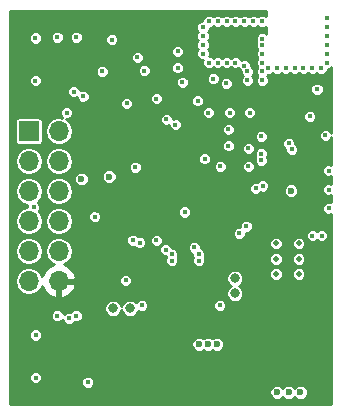
<source format=gbr>
G04 #@! TF.GenerationSoftware,KiCad,Pcbnew,(5.0.1)-3*
G04 #@! TF.CreationDate,2020-01-13T08:35:40-05:00*
G04 #@! TF.ProjectId,SmartWatch,536D61727457617463682E6B69636164,rev?*
G04 #@! TF.SameCoordinates,Original*
G04 #@! TF.FileFunction,Copper,L3,Inr,Plane*
G04 #@! TF.FilePolarity,Positive*
%FSLAX46Y46*%
G04 Gerber Fmt 4.6, Leading zero omitted, Abs format (unit mm)*
G04 Created by KiCad (PCBNEW (5.0.1)-3) date 1/13/2020 8:35:40 AM*
%MOMM*%
%LPD*%
G01*
G04 APERTURE LIST*
G04 #@! TA.AperFunction,ViaPad*
%ADD10R,1.700000X1.700000*%
G04 #@! TD*
G04 #@! TA.AperFunction,ViaPad*
%ADD11O,1.700000X1.700000*%
G04 #@! TD*
G04 #@! TA.AperFunction,ViaPad*
%ADD12C,0.500000*%
G04 #@! TD*
G04 #@! TA.AperFunction,ViaPad*
%ADD13C,0.450000*%
G04 #@! TD*
G04 #@! TA.AperFunction,ViaPad*
%ADD14C,0.600000*%
G04 #@! TD*
G04 #@! TA.AperFunction,ViaPad*
%ADD15C,0.800000*%
G04 #@! TD*
G04 #@! TA.AperFunction,Conductor*
%ADD16C,0.254000*%
G04 #@! TD*
G04 APERTURE END LIST*
D10*
G04 #@! TO.N,Net-(R4-Pad1)*
G04 #@! TO.C,U2*
X154000000Y-67564000D03*
D11*
G04 #@! TO.N,N/C*
X156540000Y-67564000D03*
G04 #@! TO.N,/LCD_CS*
X154000000Y-70104000D03*
G04 #@! TO.N,/TOUCH_CS*
X156540000Y-70104000D03*
G04 #@! TO.N,/LCD_LED*
X154000000Y-72644000D03*
G04 #@! TO.N,/MISO*
X156540000Y-72644000D03*
G04 #@! TO.N,/LCD_RST*
X154000000Y-75184000D03*
G04 #@! TO.N,/LCD_A0*
X156540000Y-75184000D03*
G04 #@! TO.N,/LCD_SCK*
X154000000Y-77724000D03*
G04 #@! TO.N,/MOSI*
X156540000Y-77724000D03*
G04 #@! TO.N,GND*
X154000000Y-80264000D03*
G04 #@! TO.N,+3V3*
X156540000Y-80264000D03*
G04 #@! TD*
D12*
G04 #@! TO.N,GND*
G04 #@! TO.C,U1*
X176850000Y-79659000D03*
X174940000Y-79659000D03*
X176850000Y-78359000D03*
X174940000Y-78359000D03*
X176850000Y-77059000D03*
X174940000Y-77059000D03*
G04 #@! TD*
D13*
G04 #@! TO.N,/ESP32 Pico D4/IO0*
X157400000Y-83400000D03*
X163000000Y-70600000D03*
G04 #@! TO.N,GND*
X172600000Y-69000000D03*
X168900000Y-69900000D03*
X170900000Y-68800000D03*
X170900000Y-67400000D03*
X171000000Y-66000000D03*
X172700000Y-66000000D03*
X169200000Y-66000000D03*
X178800000Y-76400000D03*
X178000000Y-76400000D03*
X179250000Y-58000000D03*
X179250000Y-58750000D03*
X179250000Y-59500000D03*
X179250000Y-60250000D03*
X179250000Y-61000000D03*
X179250000Y-61750000D03*
X178750000Y-62250000D03*
X178000000Y-62250000D03*
X177250000Y-62250000D03*
X176500000Y-62250000D03*
X175750000Y-62250000D03*
X175000000Y-62250000D03*
X174250000Y-62250000D03*
X173750000Y-61750000D03*
X173750000Y-61000000D03*
X173750000Y-60250000D03*
X173750000Y-59750000D03*
X173750000Y-58250000D03*
X173000000Y-58250000D03*
X172250000Y-58250000D03*
X171500000Y-58250000D03*
X170750000Y-58250000D03*
X170000000Y-58250000D03*
X169250000Y-58250000D03*
X168750000Y-58750000D03*
X168750000Y-59500000D03*
X168750000Y-60250000D03*
X168750000Y-61000000D03*
X169250000Y-61750000D03*
X170000000Y-61750000D03*
X170750000Y-61750000D03*
X171500000Y-61750000D03*
X172250000Y-62000000D03*
X172500000Y-62500000D03*
X173750000Y-62500000D03*
X173750000Y-63250000D03*
X172500000Y-63250000D03*
X163576000Y-82296000D03*
X170180000Y-82296000D03*
D14*
X168402000Y-85598000D03*
X169164000Y-85598000D03*
X169926000Y-85598000D03*
X175000000Y-89662000D03*
X176000000Y-89662000D03*
X177000000Y-89662000D03*
D13*
X156400000Y-83200000D03*
X159000000Y-88800000D03*
X161036000Y-59817000D03*
X154559000Y-63268000D03*
X154559000Y-59668000D03*
X154573000Y-88414000D03*
X154573000Y-84814000D03*
X156400000Y-59600000D03*
X158000000Y-59600000D03*
X166600000Y-60800000D03*
X164800000Y-64800000D03*
X178400000Y-64000000D03*
X159600000Y-74800000D03*
X163400000Y-77000000D03*
X167200000Y-74400000D03*
X179100000Y-67900000D03*
X179375000Y-70900000D03*
X179375000Y-72500000D03*
X179400000Y-74100000D03*
G04 #@! TO.N,Z_SIG*
X163765166Y-62434834D03*
X170700000Y-63500000D03*
G04 #@! TO.N,+3V3*
X179000000Y-80200000D03*
X178200000Y-80200000D03*
X158800000Y-58600000D03*
X161000000Y-62000000D03*
X163800000Y-67400000D03*
X167600000Y-61600000D03*
X171300000Y-62900000D03*
X176800000Y-64200000D03*
D14*
X164020500Y-74520500D03*
D13*
X176700000Y-73600000D03*
X176600000Y-71600000D03*
X176400000Y-70100000D03*
X177300000Y-68000000D03*
G04 #@! TO.N,Y_SIG*
X163200000Y-61300000D03*
X167000000Y-63400000D03*
G04 #@! TO.N,/ESP32 Pico D4/ESP32_RX*
X176276000Y-69088000D03*
X172400000Y-75600000D03*
G04 #@! TO.N,/MISO*
X173667002Y-70000000D03*
G04 #@! TO.N,/LCD_RST*
X173667002Y-69449997D03*
G04 #@! TO.N,/ESP32 Pico D4/ESP32_TX*
X176022000Y-68580000D03*
X171800000Y-76200000D03*
G04 #@! TO.N,/LCD_A0*
X154400000Y-74000000D03*
X173667002Y-68000000D03*
G04 #@! TO.N,/LCD_CS*
X157800000Y-64200000D03*
X172600000Y-70525002D03*
G04 #@! TO.N,/LCD_SCK*
X173200000Y-72400000D03*
G04 #@! TO.N,/MOSI*
X173800000Y-72200000D03*
G04 #@! TO.N,/LCD_PEN*
X158600000Y-64600000D03*
X170200000Y-70525002D03*
G04 #@! TO.N,/LCD_LED_CTRL*
X162276998Y-65200000D03*
X165641274Y-66558726D03*
G04 #@! TO.N,/Charge_Enable*
X165600000Y-77600000D03*
X168000000Y-77400000D03*
G04 #@! TO.N,/TOUCH_CS*
X157200000Y-66000000D03*
X166400000Y-67000000D03*
D14*
G04 #@! TO.N,/ESP32 Pico D4/IO32*
X176200000Y-72600000D03*
D13*
X177800000Y-66300000D03*
X168300000Y-65000000D03*
X166600000Y-62200000D03*
G04 #@! TO.N,/ESP32 Pico D4/EN*
X169600000Y-63125000D03*
X160200000Y-62500000D03*
G04 #@! TO.N,/ESP32 Pico D4/RXD*
X166116000Y-78528003D03*
X168402000Y-78528003D03*
G04 #@! TO.N,/ESP32 Pico D4/TXD*
X166116000Y-77978000D03*
X168402000Y-77978000D03*
G04 #@! TO.N,Net-(R12-Pad1)*
X158000000Y-83200000D03*
X162822593Y-76777407D03*
D15*
G04 #@! TO.N,VUSB*
X162560000Y-82550000D03*
X161130000Y-82550000D03*
X162560000Y-82550000D03*
X171450000Y-80010000D03*
X171450000Y-81280000D03*
D14*
G04 #@! TO.N,/ESP32 Pico D4/DTR*
X158450000Y-71600000D03*
X160800000Y-71400000D03*
D13*
G04 #@! TO.N,Net-(C4-Pad1)*
X164800000Y-76800000D03*
X162200000Y-80200000D03*
G04 #@! TD*
D16*
G04 #@! TO.N,+3V3*
G36*
X174073000Y-57792354D02*
X174062683Y-57782037D01*
X173859800Y-57698000D01*
X173640200Y-57698000D01*
X173437317Y-57782037D01*
X173375000Y-57844354D01*
X173312683Y-57782037D01*
X173109800Y-57698000D01*
X172890200Y-57698000D01*
X172687317Y-57782037D01*
X172625000Y-57844354D01*
X172562683Y-57782037D01*
X172359800Y-57698000D01*
X172140200Y-57698000D01*
X171937317Y-57782037D01*
X171875000Y-57844354D01*
X171812683Y-57782037D01*
X171609800Y-57698000D01*
X171390200Y-57698000D01*
X171187317Y-57782037D01*
X171125000Y-57844354D01*
X171062683Y-57782037D01*
X170859800Y-57698000D01*
X170640200Y-57698000D01*
X170437317Y-57782037D01*
X170375000Y-57844354D01*
X170312683Y-57782037D01*
X170109800Y-57698000D01*
X169890200Y-57698000D01*
X169687317Y-57782037D01*
X169625000Y-57844354D01*
X169562683Y-57782037D01*
X169359800Y-57698000D01*
X169140200Y-57698000D01*
X168937317Y-57782037D01*
X168782037Y-57937317D01*
X168698000Y-58140200D01*
X168698000Y-58198000D01*
X168640200Y-58198000D01*
X168437317Y-58282037D01*
X168282037Y-58437317D01*
X168198000Y-58640200D01*
X168198000Y-58859800D01*
X168282037Y-59062683D01*
X168344354Y-59125000D01*
X168282037Y-59187317D01*
X168198000Y-59390200D01*
X168198000Y-59609800D01*
X168282037Y-59812683D01*
X168344354Y-59875000D01*
X168282037Y-59937317D01*
X168198000Y-60140200D01*
X168198000Y-60359800D01*
X168282037Y-60562683D01*
X168344354Y-60625000D01*
X168282037Y-60687317D01*
X168198000Y-60890200D01*
X168198000Y-61109800D01*
X168282037Y-61312683D01*
X168437317Y-61467963D01*
X168640200Y-61552000D01*
X168734534Y-61552000D01*
X168698000Y-61640200D01*
X168698000Y-61859800D01*
X168782037Y-62062683D01*
X168937317Y-62217963D01*
X169140200Y-62302000D01*
X169359800Y-62302000D01*
X169562683Y-62217963D01*
X169625000Y-62155646D01*
X169687317Y-62217963D01*
X169890200Y-62302000D01*
X170109800Y-62302000D01*
X170312683Y-62217963D01*
X170375000Y-62155646D01*
X170437317Y-62217963D01*
X170640200Y-62302000D01*
X170859800Y-62302000D01*
X171062683Y-62217963D01*
X171125000Y-62155646D01*
X171187317Y-62217963D01*
X171390200Y-62302000D01*
X171609800Y-62302000D01*
X171753036Y-62242669D01*
X171782037Y-62312683D01*
X171937317Y-62467963D01*
X171948000Y-62472388D01*
X171948000Y-62609800D01*
X172032037Y-62812683D01*
X172094354Y-62875000D01*
X172032037Y-62937317D01*
X171948000Y-63140200D01*
X171948000Y-63359800D01*
X172032037Y-63562683D01*
X172187317Y-63717963D01*
X172390200Y-63802000D01*
X172609800Y-63802000D01*
X172812683Y-63717963D01*
X172967963Y-63562683D01*
X173052000Y-63359800D01*
X173052000Y-63140200D01*
X172967963Y-62937317D01*
X172905646Y-62875000D01*
X172967963Y-62812683D01*
X173052000Y-62609800D01*
X173052000Y-62390200D01*
X172967963Y-62187317D01*
X172812683Y-62032037D01*
X172802000Y-62027612D01*
X172802000Y-61890200D01*
X172717963Y-61687317D01*
X172562683Y-61532037D01*
X172359800Y-61448000D01*
X172140200Y-61448000D01*
X171996964Y-61507331D01*
X171967963Y-61437317D01*
X171812683Y-61282037D01*
X171609800Y-61198000D01*
X171390200Y-61198000D01*
X171187317Y-61282037D01*
X171125000Y-61344354D01*
X171062683Y-61282037D01*
X170859800Y-61198000D01*
X170640200Y-61198000D01*
X170437317Y-61282037D01*
X170375000Y-61344354D01*
X170312683Y-61282037D01*
X170109800Y-61198000D01*
X169890200Y-61198000D01*
X169687317Y-61282037D01*
X169625000Y-61344354D01*
X169562683Y-61282037D01*
X169359800Y-61198000D01*
X169265466Y-61198000D01*
X169302000Y-61109800D01*
X169302000Y-60890200D01*
X169217963Y-60687317D01*
X169155646Y-60625000D01*
X169217963Y-60562683D01*
X169302000Y-60359800D01*
X169302000Y-60140200D01*
X169217963Y-59937317D01*
X169155646Y-59875000D01*
X169217963Y-59812683D01*
X169302000Y-59609800D01*
X169302000Y-59390200D01*
X169217963Y-59187317D01*
X169155646Y-59125000D01*
X169217963Y-59062683D01*
X169302000Y-58859800D01*
X169302000Y-58802000D01*
X169359800Y-58802000D01*
X169562683Y-58717963D01*
X169625000Y-58655646D01*
X169687317Y-58717963D01*
X169890200Y-58802000D01*
X170109800Y-58802000D01*
X170312683Y-58717963D01*
X170375000Y-58655646D01*
X170437317Y-58717963D01*
X170640200Y-58802000D01*
X170859800Y-58802000D01*
X171062683Y-58717963D01*
X171125000Y-58655646D01*
X171187317Y-58717963D01*
X171390200Y-58802000D01*
X171609800Y-58802000D01*
X171812683Y-58717963D01*
X171875000Y-58655646D01*
X171937317Y-58717963D01*
X172140200Y-58802000D01*
X172359800Y-58802000D01*
X172562683Y-58717963D01*
X172625000Y-58655646D01*
X172687317Y-58717963D01*
X172890200Y-58802000D01*
X173109800Y-58802000D01*
X173312683Y-58717963D01*
X173375000Y-58655646D01*
X173437317Y-58717963D01*
X173640200Y-58802000D01*
X173859800Y-58802000D01*
X174062683Y-58717963D01*
X174073000Y-58707646D01*
X174073000Y-59292354D01*
X174062683Y-59282037D01*
X173859800Y-59198000D01*
X173640200Y-59198000D01*
X173437317Y-59282037D01*
X173282037Y-59437317D01*
X173198000Y-59640200D01*
X173198000Y-59859800D01*
X173256073Y-60000000D01*
X173198000Y-60140200D01*
X173198000Y-60359800D01*
X173282037Y-60562683D01*
X173344354Y-60625000D01*
X173282037Y-60687317D01*
X173198000Y-60890200D01*
X173198000Y-61109800D01*
X173282037Y-61312683D01*
X173344354Y-61375000D01*
X173282037Y-61437317D01*
X173198000Y-61640200D01*
X173198000Y-61859800D01*
X173282037Y-62062683D01*
X173344354Y-62125000D01*
X173282037Y-62187317D01*
X173198000Y-62390200D01*
X173198000Y-62609800D01*
X173282037Y-62812683D01*
X173344354Y-62875000D01*
X173282037Y-62937317D01*
X173198000Y-63140200D01*
X173198000Y-63359800D01*
X173282037Y-63562683D01*
X173437317Y-63717963D01*
X173640200Y-63802000D01*
X173859800Y-63802000D01*
X174062683Y-63717963D01*
X174217963Y-63562683D01*
X174302000Y-63359800D01*
X174302000Y-63140200D01*
X174217963Y-62937317D01*
X174155646Y-62875000D01*
X174217963Y-62812683D01*
X174222388Y-62802000D01*
X174359800Y-62802000D01*
X174562683Y-62717963D01*
X174625000Y-62655646D01*
X174687317Y-62717963D01*
X174890200Y-62802000D01*
X175109800Y-62802000D01*
X175312683Y-62717963D01*
X175375000Y-62655646D01*
X175437317Y-62717963D01*
X175640200Y-62802000D01*
X175859800Y-62802000D01*
X176062683Y-62717963D01*
X176125000Y-62655646D01*
X176187317Y-62717963D01*
X176390200Y-62802000D01*
X176609800Y-62802000D01*
X176812683Y-62717963D01*
X176875000Y-62655646D01*
X176937317Y-62717963D01*
X177140200Y-62802000D01*
X177359800Y-62802000D01*
X177562683Y-62717963D01*
X177625000Y-62655646D01*
X177687317Y-62717963D01*
X177890200Y-62802000D01*
X178109800Y-62802000D01*
X178312683Y-62717963D01*
X178375000Y-62655646D01*
X178437317Y-62717963D01*
X178640200Y-62802000D01*
X178859800Y-62802000D01*
X179062683Y-62717963D01*
X179217963Y-62562683D01*
X179302000Y-62359800D01*
X179302000Y-62302000D01*
X179359800Y-62302000D01*
X179562683Y-62217963D01*
X179623000Y-62157646D01*
X179623000Y-67720189D01*
X179567963Y-67587317D01*
X179412683Y-67432037D01*
X179209800Y-67348000D01*
X178990200Y-67348000D01*
X178787317Y-67432037D01*
X178632037Y-67587317D01*
X178548000Y-67790200D01*
X178548000Y-68009800D01*
X178632037Y-68212683D01*
X178787317Y-68367963D01*
X178990200Y-68452000D01*
X179209800Y-68452000D01*
X179412683Y-68367963D01*
X179567963Y-68212683D01*
X179623000Y-68079811D01*
X179623000Y-70405245D01*
X179484800Y-70348000D01*
X179265200Y-70348000D01*
X179062317Y-70432037D01*
X178907037Y-70587317D01*
X178823000Y-70790200D01*
X178823000Y-71009800D01*
X178907037Y-71212683D01*
X179062317Y-71367963D01*
X179265200Y-71452000D01*
X179484800Y-71452000D01*
X179623000Y-71394755D01*
X179623000Y-72005245D01*
X179484800Y-71948000D01*
X179265200Y-71948000D01*
X179062317Y-72032037D01*
X178907037Y-72187317D01*
X178823000Y-72390200D01*
X178823000Y-72609800D01*
X178907037Y-72812683D01*
X179062317Y-72967963D01*
X179265200Y-73052000D01*
X179484800Y-73052000D01*
X179623000Y-72994755D01*
X179623000Y-73594889D01*
X179509800Y-73548000D01*
X179290200Y-73548000D01*
X179087317Y-73632037D01*
X178932037Y-73787317D01*
X178848000Y-73990200D01*
X178848000Y-74209800D01*
X178932037Y-74412683D01*
X179087317Y-74567963D01*
X179290200Y-74652000D01*
X179509800Y-74652000D01*
X179623001Y-74605111D01*
X179623001Y-90623000D01*
X152377000Y-90623000D01*
X152377000Y-89537282D01*
X174373000Y-89537282D01*
X174373000Y-89786718D01*
X174468455Y-90017167D01*
X174644833Y-90193545D01*
X174875282Y-90289000D01*
X175124718Y-90289000D01*
X175355167Y-90193545D01*
X175500000Y-90048712D01*
X175644833Y-90193545D01*
X175875282Y-90289000D01*
X176124718Y-90289000D01*
X176355167Y-90193545D01*
X176500000Y-90048712D01*
X176644833Y-90193545D01*
X176875282Y-90289000D01*
X177124718Y-90289000D01*
X177355167Y-90193545D01*
X177531545Y-90017167D01*
X177627000Y-89786718D01*
X177627000Y-89537282D01*
X177531545Y-89306833D01*
X177355167Y-89130455D01*
X177124718Y-89035000D01*
X176875282Y-89035000D01*
X176644833Y-89130455D01*
X176500000Y-89275288D01*
X176355167Y-89130455D01*
X176124718Y-89035000D01*
X175875282Y-89035000D01*
X175644833Y-89130455D01*
X175500000Y-89275288D01*
X175355167Y-89130455D01*
X175124718Y-89035000D01*
X174875282Y-89035000D01*
X174644833Y-89130455D01*
X174468455Y-89306833D01*
X174373000Y-89537282D01*
X152377000Y-89537282D01*
X152377000Y-88304200D01*
X154021000Y-88304200D01*
X154021000Y-88523800D01*
X154105037Y-88726683D01*
X154260317Y-88881963D01*
X154463200Y-88966000D01*
X154682800Y-88966000D01*
X154885683Y-88881963D01*
X155040963Y-88726683D01*
X155056074Y-88690200D01*
X158448000Y-88690200D01*
X158448000Y-88909800D01*
X158532037Y-89112683D01*
X158687317Y-89267963D01*
X158890200Y-89352000D01*
X159109800Y-89352000D01*
X159312683Y-89267963D01*
X159467963Y-89112683D01*
X159552000Y-88909800D01*
X159552000Y-88690200D01*
X159467963Y-88487317D01*
X159312683Y-88332037D01*
X159109800Y-88248000D01*
X158890200Y-88248000D01*
X158687317Y-88332037D01*
X158532037Y-88487317D01*
X158448000Y-88690200D01*
X155056074Y-88690200D01*
X155125000Y-88523800D01*
X155125000Y-88304200D01*
X155040963Y-88101317D01*
X154885683Y-87946037D01*
X154682800Y-87862000D01*
X154463200Y-87862000D01*
X154260317Y-87946037D01*
X154105037Y-88101317D01*
X154021000Y-88304200D01*
X152377000Y-88304200D01*
X152377000Y-85473282D01*
X167775000Y-85473282D01*
X167775000Y-85722718D01*
X167870455Y-85953167D01*
X168046833Y-86129545D01*
X168277282Y-86225000D01*
X168526718Y-86225000D01*
X168757167Y-86129545D01*
X168783000Y-86103712D01*
X168808833Y-86129545D01*
X169039282Y-86225000D01*
X169288718Y-86225000D01*
X169519167Y-86129545D01*
X169545000Y-86103712D01*
X169570833Y-86129545D01*
X169801282Y-86225000D01*
X170050718Y-86225000D01*
X170281167Y-86129545D01*
X170457545Y-85953167D01*
X170553000Y-85722718D01*
X170553000Y-85473282D01*
X170457545Y-85242833D01*
X170281167Y-85066455D01*
X170050718Y-84971000D01*
X169801282Y-84971000D01*
X169570833Y-85066455D01*
X169545000Y-85092288D01*
X169519167Y-85066455D01*
X169288718Y-84971000D01*
X169039282Y-84971000D01*
X168808833Y-85066455D01*
X168783000Y-85092288D01*
X168757167Y-85066455D01*
X168526718Y-84971000D01*
X168277282Y-84971000D01*
X168046833Y-85066455D01*
X167870455Y-85242833D01*
X167775000Y-85473282D01*
X152377000Y-85473282D01*
X152377000Y-84704200D01*
X154021000Y-84704200D01*
X154021000Y-84923800D01*
X154105037Y-85126683D01*
X154260317Y-85281963D01*
X154463200Y-85366000D01*
X154682800Y-85366000D01*
X154885683Y-85281963D01*
X155040963Y-85126683D01*
X155125000Y-84923800D01*
X155125000Y-84704200D01*
X155040963Y-84501317D01*
X154885683Y-84346037D01*
X154682800Y-84262000D01*
X154463200Y-84262000D01*
X154260317Y-84346037D01*
X154105037Y-84501317D01*
X154021000Y-84704200D01*
X152377000Y-84704200D01*
X152377000Y-83090200D01*
X155848000Y-83090200D01*
X155848000Y-83309800D01*
X155932037Y-83512683D01*
X156087317Y-83667963D01*
X156290200Y-83752000D01*
X156509800Y-83752000D01*
X156712683Y-83667963D01*
X156854691Y-83525955D01*
X156932037Y-83712683D01*
X157087317Y-83867963D01*
X157290200Y-83952000D01*
X157509800Y-83952000D01*
X157712683Y-83867963D01*
X157846675Y-83733971D01*
X157890200Y-83752000D01*
X158109800Y-83752000D01*
X158312683Y-83667963D01*
X158467963Y-83512683D01*
X158552000Y-83309800D01*
X158552000Y-83090200D01*
X158467963Y-82887317D01*
X158312683Y-82732037D01*
X158109800Y-82648000D01*
X157890200Y-82648000D01*
X157687317Y-82732037D01*
X157553325Y-82866029D01*
X157509800Y-82848000D01*
X157290200Y-82848000D01*
X157087317Y-82932037D01*
X156945309Y-83074045D01*
X156867963Y-82887317D01*
X156712683Y-82732037D01*
X156509800Y-82648000D01*
X156290200Y-82648000D01*
X156087317Y-82732037D01*
X155932037Y-82887317D01*
X155848000Y-83090200D01*
X152377000Y-83090200D01*
X152377000Y-82405391D01*
X160403000Y-82405391D01*
X160403000Y-82694609D01*
X160513679Y-82961813D01*
X160718187Y-83166321D01*
X160985391Y-83277000D01*
X161274609Y-83277000D01*
X161541813Y-83166321D01*
X161746321Y-82961813D01*
X161845000Y-82723580D01*
X161943679Y-82961813D01*
X162148187Y-83166321D01*
X162415391Y-83277000D01*
X162704609Y-83277000D01*
X162971813Y-83166321D01*
X163176321Y-82961813D01*
X163259750Y-82760396D01*
X163263317Y-82763963D01*
X163466200Y-82848000D01*
X163685800Y-82848000D01*
X163888683Y-82763963D01*
X164043963Y-82608683D01*
X164128000Y-82405800D01*
X164128000Y-82186200D01*
X169628000Y-82186200D01*
X169628000Y-82405800D01*
X169712037Y-82608683D01*
X169867317Y-82763963D01*
X170070200Y-82848000D01*
X170289800Y-82848000D01*
X170492683Y-82763963D01*
X170647963Y-82608683D01*
X170732000Y-82405800D01*
X170732000Y-82186200D01*
X170647963Y-81983317D01*
X170492683Y-81828037D01*
X170289800Y-81744000D01*
X170070200Y-81744000D01*
X169867317Y-81828037D01*
X169712037Y-81983317D01*
X169628000Y-82186200D01*
X164128000Y-82186200D01*
X164043963Y-81983317D01*
X163888683Y-81828037D01*
X163685800Y-81744000D01*
X163466200Y-81744000D01*
X163263317Y-81828037D01*
X163108037Y-81983317D01*
X163082677Y-82044543D01*
X162971813Y-81933679D01*
X162704609Y-81823000D01*
X162415391Y-81823000D01*
X162148187Y-81933679D01*
X161943679Y-82138187D01*
X161845000Y-82376420D01*
X161746321Y-82138187D01*
X161541813Y-81933679D01*
X161274609Y-81823000D01*
X160985391Y-81823000D01*
X160718187Y-81933679D01*
X160513679Y-82138187D01*
X160403000Y-82405391D01*
X152377000Y-82405391D01*
X152377000Y-80264000D01*
X152799942Y-80264000D01*
X152891291Y-80723242D01*
X153151431Y-81112569D01*
X153540758Y-81372709D01*
X153884080Y-81441000D01*
X154115920Y-81441000D01*
X154459242Y-81372709D01*
X154848569Y-81112569D01*
X155108709Y-80723242D01*
X155119158Y-80670709D01*
X155268355Y-81030924D01*
X155658642Y-81459183D01*
X156183108Y-81705486D01*
X156413000Y-81584819D01*
X156413000Y-80391000D01*
X156667000Y-80391000D01*
X156667000Y-81584819D01*
X156896892Y-81705486D01*
X157421358Y-81459183D01*
X157811645Y-81030924D01*
X157981476Y-80620890D01*
X157860155Y-80391000D01*
X156667000Y-80391000D01*
X156413000Y-80391000D01*
X156393000Y-80391000D01*
X156393000Y-80137000D01*
X156413000Y-80137000D01*
X156413000Y-80117000D01*
X156667000Y-80117000D01*
X156667000Y-80137000D01*
X157860155Y-80137000D01*
X157884852Y-80090200D01*
X161648000Y-80090200D01*
X161648000Y-80309800D01*
X161732037Y-80512683D01*
X161887317Y-80667963D01*
X162090200Y-80752000D01*
X162309800Y-80752000D01*
X162512683Y-80667963D01*
X162667963Y-80512683D01*
X162752000Y-80309800D01*
X162752000Y-80090200D01*
X162667963Y-79887317D01*
X162646037Y-79865391D01*
X170723000Y-79865391D01*
X170723000Y-80154609D01*
X170833679Y-80421813D01*
X171038187Y-80626321D01*
X171083282Y-80645000D01*
X171038187Y-80663679D01*
X170833679Y-80868187D01*
X170723000Y-81135391D01*
X170723000Y-81424609D01*
X170833679Y-81691813D01*
X171038187Y-81896321D01*
X171305391Y-82007000D01*
X171594609Y-82007000D01*
X171861813Y-81896321D01*
X172066321Y-81691813D01*
X172177000Y-81424609D01*
X172177000Y-81135391D01*
X172066321Y-80868187D01*
X171861813Y-80663679D01*
X171816718Y-80645000D01*
X171861813Y-80626321D01*
X172066321Y-80421813D01*
X172177000Y-80154609D01*
X172177000Y-79865391D01*
X172066321Y-79598187D01*
X172012362Y-79544228D01*
X174363000Y-79544228D01*
X174363000Y-79773772D01*
X174450843Y-79985844D01*
X174613156Y-80148157D01*
X174825228Y-80236000D01*
X175054772Y-80236000D01*
X175266844Y-80148157D01*
X175429157Y-79985844D01*
X175517000Y-79773772D01*
X175517000Y-79544228D01*
X176273000Y-79544228D01*
X176273000Y-79773772D01*
X176360843Y-79985844D01*
X176523156Y-80148157D01*
X176735228Y-80236000D01*
X176964772Y-80236000D01*
X177176844Y-80148157D01*
X177339157Y-79985844D01*
X177427000Y-79773772D01*
X177427000Y-79544228D01*
X177339157Y-79332156D01*
X177176844Y-79169843D01*
X176964772Y-79082000D01*
X176735228Y-79082000D01*
X176523156Y-79169843D01*
X176360843Y-79332156D01*
X176273000Y-79544228D01*
X175517000Y-79544228D01*
X175429157Y-79332156D01*
X175266844Y-79169843D01*
X175054772Y-79082000D01*
X174825228Y-79082000D01*
X174613156Y-79169843D01*
X174450843Y-79332156D01*
X174363000Y-79544228D01*
X172012362Y-79544228D01*
X171861813Y-79393679D01*
X171594609Y-79283000D01*
X171305391Y-79283000D01*
X171038187Y-79393679D01*
X170833679Y-79598187D01*
X170723000Y-79865391D01*
X162646037Y-79865391D01*
X162512683Y-79732037D01*
X162309800Y-79648000D01*
X162090200Y-79648000D01*
X161887317Y-79732037D01*
X161732037Y-79887317D01*
X161648000Y-80090200D01*
X157884852Y-80090200D01*
X157981476Y-79907110D01*
X157811645Y-79497076D01*
X157421358Y-79068817D01*
X156942594Y-78843977D01*
X156999242Y-78832709D01*
X157388569Y-78572569D01*
X157648709Y-78183242D01*
X157740058Y-77724000D01*
X157648709Y-77264758D01*
X157388569Y-76875431D01*
X157077539Y-76667607D01*
X162270593Y-76667607D01*
X162270593Y-76887207D01*
X162354630Y-77090090D01*
X162509910Y-77245370D01*
X162712793Y-77329407D01*
X162932393Y-77329407D01*
X162943967Y-77324613D01*
X163087317Y-77467963D01*
X163290200Y-77552000D01*
X163509800Y-77552000D01*
X163658998Y-77490200D01*
X165048000Y-77490200D01*
X165048000Y-77709800D01*
X165132037Y-77912683D01*
X165287317Y-78067963D01*
X165490200Y-78152000D01*
X165590593Y-78152000D01*
X165632429Y-78253002D01*
X165564000Y-78418203D01*
X165564000Y-78637803D01*
X165648037Y-78840686D01*
X165803317Y-78995966D01*
X166006200Y-79080003D01*
X166225800Y-79080003D01*
X166428683Y-78995966D01*
X166583963Y-78840686D01*
X166668000Y-78637803D01*
X166668000Y-78418203D01*
X166599571Y-78253002D01*
X166668000Y-78087800D01*
X166668000Y-77868200D01*
X166583963Y-77665317D01*
X166428683Y-77510037D01*
X166225800Y-77426000D01*
X166125407Y-77426000D01*
X166069158Y-77290200D01*
X167448000Y-77290200D01*
X167448000Y-77509800D01*
X167532037Y-77712683D01*
X167687317Y-77867963D01*
X167850000Y-77935349D01*
X167850000Y-78087800D01*
X167918429Y-78253002D01*
X167850000Y-78418203D01*
X167850000Y-78637803D01*
X167934037Y-78840686D01*
X168089317Y-78995966D01*
X168292200Y-79080003D01*
X168511800Y-79080003D01*
X168714683Y-78995966D01*
X168869963Y-78840686D01*
X168954000Y-78637803D01*
X168954000Y-78418203D01*
X168885571Y-78253002D01*
X168889205Y-78244228D01*
X174363000Y-78244228D01*
X174363000Y-78473772D01*
X174450843Y-78685844D01*
X174613156Y-78848157D01*
X174825228Y-78936000D01*
X175054772Y-78936000D01*
X175266844Y-78848157D01*
X175429157Y-78685844D01*
X175517000Y-78473772D01*
X175517000Y-78244228D01*
X176273000Y-78244228D01*
X176273000Y-78473772D01*
X176360843Y-78685844D01*
X176523156Y-78848157D01*
X176735228Y-78936000D01*
X176964772Y-78936000D01*
X177176844Y-78848157D01*
X177339157Y-78685844D01*
X177427000Y-78473772D01*
X177427000Y-78244228D01*
X177339157Y-78032156D01*
X177176844Y-77869843D01*
X176964772Y-77782000D01*
X176735228Y-77782000D01*
X176523156Y-77869843D01*
X176360843Y-78032156D01*
X176273000Y-78244228D01*
X175517000Y-78244228D01*
X175429157Y-78032156D01*
X175266844Y-77869843D01*
X175054772Y-77782000D01*
X174825228Y-77782000D01*
X174613156Y-77869843D01*
X174450843Y-78032156D01*
X174363000Y-78244228D01*
X168889205Y-78244228D01*
X168954000Y-78087800D01*
X168954000Y-77868200D01*
X168869963Y-77665317D01*
X168714683Y-77510037D01*
X168552000Y-77442651D01*
X168552000Y-77290200D01*
X168467963Y-77087317D01*
X168324874Y-76944228D01*
X174363000Y-76944228D01*
X174363000Y-77173772D01*
X174450843Y-77385844D01*
X174613156Y-77548157D01*
X174825228Y-77636000D01*
X175054772Y-77636000D01*
X175266844Y-77548157D01*
X175429157Y-77385844D01*
X175517000Y-77173772D01*
X175517000Y-76944228D01*
X176273000Y-76944228D01*
X176273000Y-77173772D01*
X176360843Y-77385844D01*
X176523156Y-77548157D01*
X176735228Y-77636000D01*
X176964772Y-77636000D01*
X177176844Y-77548157D01*
X177339157Y-77385844D01*
X177427000Y-77173772D01*
X177427000Y-76944228D01*
X177339157Y-76732156D01*
X177176844Y-76569843D01*
X176964772Y-76482000D01*
X176735228Y-76482000D01*
X176523156Y-76569843D01*
X176360843Y-76732156D01*
X176273000Y-76944228D01*
X175517000Y-76944228D01*
X175429157Y-76732156D01*
X175266844Y-76569843D01*
X175054772Y-76482000D01*
X174825228Y-76482000D01*
X174613156Y-76569843D01*
X174450843Y-76732156D01*
X174363000Y-76944228D01*
X168324874Y-76944228D01*
X168312683Y-76932037D01*
X168109800Y-76848000D01*
X167890200Y-76848000D01*
X167687317Y-76932037D01*
X167532037Y-77087317D01*
X167448000Y-77290200D01*
X166069158Y-77290200D01*
X166067963Y-77287317D01*
X165912683Y-77132037D01*
X165709800Y-77048000D01*
X165490200Y-77048000D01*
X165287317Y-77132037D01*
X165132037Y-77287317D01*
X165048000Y-77490200D01*
X163658998Y-77490200D01*
X163712683Y-77467963D01*
X163867963Y-77312683D01*
X163952000Y-77109800D01*
X163952000Y-76890200D01*
X163869158Y-76690200D01*
X164248000Y-76690200D01*
X164248000Y-76909800D01*
X164332037Y-77112683D01*
X164487317Y-77267963D01*
X164690200Y-77352000D01*
X164909800Y-77352000D01*
X165112683Y-77267963D01*
X165267963Y-77112683D01*
X165352000Y-76909800D01*
X165352000Y-76690200D01*
X165267963Y-76487317D01*
X165112683Y-76332037D01*
X164909800Y-76248000D01*
X164690200Y-76248000D01*
X164487317Y-76332037D01*
X164332037Y-76487317D01*
X164248000Y-76690200D01*
X163869158Y-76690200D01*
X163867963Y-76687317D01*
X163712683Y-76532037D01*
X163509800Y-76448000D01*
X163290200Y-76448000D01*
X163278626Y-76452794D01*
X163135276Y-76309444D01*
X162932393Y-76225407D01*
X162712793Y-76225407D01*
X162509910Y-76309444D01*
X162354630Y-76464724D01*
X162270593Y-76667607D01*
X157077539Y-76667607D01*
X156999242Y-76615291D01*
X156655920Y-76547000D01*
X156424080Y-76547000D01*
X156080758Y-76615291D01*
X155691431Y-76875431D01*
X155431291Y-77264758D01*
X155339942Y-77724000D01*
X155431291Y-78183242D01*
X155691431Y-78572569D01*
X156080758Y-78832709D01*
X156137406Y-78843977D01*
X155658642Y-79068817D01*
X155268355Y-79497076D01*
X155119158Y-79857291D01*
X155108709Y-79804758D01*
X154848569Y-79415431D01*
X154459242Y-79155291D01*
X154115920Y-79087000D01*
X153884080Y-79087000D01*
X153540758Y-79155291D01*
X153151431Y-79415431D01*
X152891291Y-79804758D01*
X152799942Y-80264000D01*
X152377000Y-80264000D01*
X152377000Y-77724000D01*
X152799942Y-77724000D01*
X152891291Y-78183242D01*
X153151431Y-78572569D01*
X153540758Y-78832709D01*
X153884080Y-78901000D01*
X154115920Y-78901000D01*
X154459242Y-78832709D01*
X154848569Y-78572569D01*
X155108709Y-78183242D01*
X155200058Y-77724000D01*
X155108709Y-77264758D01*
X154848569Y-76875431D01*
X154459242Y-76615291D01*
X154115920Y-76547000D01*
X153884080Y-76547000D01*
X153540758Y-76615291D01*
X153151431Y-76875431D01*
X152891291Y-77264758D01*
X152799942Y-77724000D01*
X152377000Y-77724000D01*
X152377000Y-72644000D01*
X152799942Y-72644000D01*
X152891291Y-73103242D01*
X153151431Y-73492569D01*
X153540758Y-73752709D01*
X153877228Y-73819637D01*
X153848000Y-73890200D01*
X153848000Y-74014177D01*
X153540758Y-74075291D01*
X153151431Y-74335431D01*
X152891291Y-74724758D01*
X152799942Y-75184000D01*
X152891291Y-75643242D01*
X153151431Y-76032569D01*
X153540758Y-76292709D01*
X153884080Y-76361000D01*
X154115920Y-76361000D01*
X154459242Y-76292709D01*
X154848569Y-76032569D01*
X155108709Y-75643242D01*
X155200058Y-75184000D01*
X155339942Y-75184000D01*
X155431291Y-75643242D01*
X155691431Y-76032569D01*
X156080758Y-76292709D01*
X156424080Y-76361000D01*
X156655920Y-76361000D01*
X156999242Y-76292709D01*
X157302318Y-76090200D01*
X171248000Y-76090200D01*
X171248000Y-76309800D01*
X171332037Y-76512683D01*
X171487317Y-76667963D01*
X171690200Y-76752000D01*
X171909800Y-76752000D01*
X172112683Y-76667963D01*
X172267963Y-76512683D01*
X172352000Y-76309800D01*
X172352000Y-76290200D01*
X177448000Y-76290200D01*
X177448000Y-76509800D01*
X177532037Y-76712683D01*
X177687317Y-76867963D01*
X177890200Y-76952000D01*
X178109800Y-76952000D01*
X178312683Y-76867963D01*
X178400000Y-76780646D01*
X178487317Y-76867963D01*
X178690200Y-76952000D01*
X178909800Y-76952000D01*
X179112683Y-76867963D01*
X179267963Y-76712683D01*
X179352000Y-76509800D01*
X179352000Y-76290200D01*
X179267963Y-76087317D01*
X179112683Y-75932037D01*
X178909800Y-75848000D01*
X178690200Y-75848000D01*
X178487317Y-75932037D01*
X178400000Y-76019354D01*
X178312683Y-75932037D01*
X178109800Y-75848000D01*
X177890200Y-75848000D01*
X177687317Y-75932037D01*
X177532037Y-76087317D01*
X177448000Y-76290200D01*
X172352000Y-76290200D01*
X172352000Y-76152000D01*
X172509800Y-76152000D01*
X172712683Y-76067963D01*
X172867963Y-75912683D01*
X172952000Y-75709800D01*
X172952000Y-75490200D01*
X172867963Y-75287317D01*
X172712683Y-75132037D01*
X172509800Y-75048000D01*
X172290200Y-75048000D01*
X172087317Y-75132037D01*
X171932037Y-75287317D01*
X171848000Y-75490200D01*
X171848000Y-75648000D01*
X171690200Y-75648000D01*
X171487317Y-75732037D01*
X171332037Y-75887317D01*
X171248000Y-76090200D01*
X157302318Y-76090200D01*
X157388569Y-76032569D01*
X157648709Y-75643242D01*
X157740058Y-75184000D01*
X157648709Y-74724758D01*
X157625619Y-74690200D01*
X159048000Y-74690200D01*
X159048000Y-74909800D01*
X159132037Y-75112683D01*
X159287317Y-75267963D01*
X159490200Y-75352000D01*
X159709800Y-75352000D01*
X159912683Y-75267963D01*
X160067963Y-75112683D01*
X160152000Y-74909800D01*
X160152000Y-74690200D01*
X160067963Y-74487317D01*
X159912683Y-74332037D01*
X159811680Y-74290200D01*
X166648000Y-74290200D01*
X166648000Y-74509800D01*
X166732037Y-74712683D01*
X166887317Y-74867963D01*
X167090200Y-74952000D01*
X167309800Y-74952000D01*
X167512683Y-74867963D01*
X167667963Y-74712683D01*
X167752000Y-74509800D01*
X167752000Y-74290200D01*
X167667963Y-74087317D01*
X167512683Y-73932037D01*
X167309800Y-73848000D01*
X167090200Y-73848000D01*
X166887317Y-73932037D01*
X166732037Y-74087317D01*
X166648000Y-74290200D01*
X159811680Y-74290200D01*
X159709800Y-74248000D01*
X159490200Y-74248000D01*
X159287317Y-74332037D01*
X159132037Y-74487317D01*
X159048000Y-74690200D01*
X157625619Y-74690200D01*
X157388569Y-74335431D01*
X156999242Y-74075291D01*
X156655920Y-74007000D01*
X156424080Y-74007000D01*
X156080758Y-74075291D01*
X155691431Y-74335431D01*
X155431291Y-74724758D01*
X155339942Y-75184000D01*
X155200058Y-75184000D01*
X155108709Y-74724758D01*
X154848569Y-74335431D01*
X154846558Y-74334088D01*
X154867963Y-74312683D01*
X154952000Y-74109800D01*
X154952000Y-73890200D01*
X154867963Y-73687317D01*
X154743452Y-73562806D01*
X154848569Y-73492569D01*
X155108709Y-73103242D01*
X155200058Y-72644000D01*
X155339942Y-72644000D01*
X155431291Y-73103242D01*
X155691431Y-73492569D01*
X156080758Y-73752709D01*
X156424080Y-73821000D01*
X156655920Y-73821000D01*
X156999242Y-73752709D01*
X157388569Y-73492569D01*
X157648709Y-73103242D01*
X157740058Y-72644000D01*
X157669683Y-72290200D01*
X172648000Y-72290200D01*
X172648000Y-72509800D01*
X172732037Y-72712683D01*
X172887317Y-72867963D01*
X173090200Y-72952000D01*
X173309800Y-72952000D01*
X173512683Y-72867963D01*
X173646675Y-72733971D01*
X173690200Y-72752000D01*
X173909800Y-72752000D01*
X174112683Y-72667963D01*
X174267963Y-72512683D01*
X174283455Y-72475282D01*
X175573000Y-72475282D01*
X175573000Y-72724718D01*
X175668455Y-72955167D01*
X175844833Y-73131545D01*
X176075282Y-73227000D01*
X176324718Y-73227000D01*
X176555167Y-73131545D01*
X176731545Y-72955167D01*
X176827000Y-72724718D01*
X176827000Y-72475282D01*
X176731545Y-72244833D01*
X176555167Y-72068455D01*
X176324718Y-71973000D01*
X176075282Y-71973000D01*
X175844833Y-72068455D01*
X175668455Y-72244833D01*
X175573000Y-72475282D01*
X174283455Y-72475282D01*
X174352000Y-72309800D01*
X174352000Y-72090200D01*
X174267963Y-71887317D01*
X174112683Y-71732037D01*
X173909800Y-71648000D01*
X173690200Y-71648000D01*
X173487317Y-71732037D01*
X173353325Y-71866029D01*
X173309800Y-71848000D01*
X173090200Y-71848000D01*
X172887317Y-71932037D01*
X172732037Y-72087317D01*
X172648000Y-72290200D01*
X157669683Y-72290200D01*
X157648709Y-72184758D01*
X157388569Y-71795431D01*
X156999242Y-71535291D01*
X156697557Y-71475282D01*
X157823000Y-71475282D01*
X157823000Y-71724718D01*
X157918455Y-71955167D01*
X158094833Y-72131545D01*
X158325282Y-72227000D01*
X158574718Y-72227000D01*
X158805167Y-72131545D01*
X158981545Y-71955167D01*
X159077000Y-71724718D01*
X159077000Y-71475282D01*
X158994158Y-71275282D01*
X160173000Y-71275282D01*
X160173000Y-71524718D01*
X160268455Y-71755167D01*
X160444833Y-71931545D01*
X160675282Y-72027000D01*
X160924718Y-72027000D01*
X161155167Y-71931545D01*
X161331545Y-71755167D01*
X161427000Y-71524718D01*
X161427000Y-71275282D01*
X161331545Y-71044833D01*
X161155167Y-70868455D01*
X160924718Y-70773000D01*
X160675282Y-70773000D01*
X160444833Y-70868455D01*
X160268455Y-71044833D01*
X160173000Y-71275282D01*
X158994158Y-71275282D01*
X158981545Y-71244833D01*
X158805167Y-71068455D01*
X158574718Y-70973000D01*
X158325282Y-70973000D01*
X158094833Y-71068455D01*
X157918455Y-71244833D01*
X157823000Y-71475282D01*
X156697557Y-71475282D01*
X156655920Y-71467000D01*
X156424080Y-71467000D01*
X156080758Y-71535291D01*
X155691431Y-71795431D01*
X155431291Y-72184758D01*
X155339942Y-72644000D01*
X155200058Y-72644000D01*
X155108709Y-72184758D01*
X154848569Y-71795431D01*
X154459242Y-71535291D01*
X154115920Y-71467000D01*
X153884080Y-71467000D01*
X153540758Y-71535291D01*
X153151431Y-71795431D01*
X152891291Y-72184758D01*
X152799942Y-72644000D01*
X152377000Y-72644000D01*
X152377000Y-70104000D01*
X152799942Y-70104000D01*
X152891291Y-70563242D01*
X153151431Y-70952569D01*
X153540758Y-71212709D01*
X153884080Y-71281000D01*
X154115920Y-71281000D01*
X154459242Y-71212709D01*
X154848569Y-70952569D01*
X155108709Y-70563242D01*
X155200058Y-70104000D01*
X155339942Y-70104000D01*
X155431291Y-70563242D01*
X155691431Y-70952569D01*
X156080758Y-71212709D01*
X156424080Y-71281000D01*
X156655920Y-71281000D01*
X156999242Y-71212709D01*
X157388569Y-70952569D01*
X157648709Y-70563242D01*
X157663237Y-70490200D01*
X162448000Y-70490200D01*
X162448000Y-70709800D01*
X162532037Y-70912683D01*
X162687317Y-71067963D01*
X162890200Y-71152000D01*
X163109800Y-71152000D01*
X163312683Y-71067963D01*
X163467963Y-70912683D01*
X163552000Y-70709800D01*
X163552000Y-70490200D01*
X163467963Y-70287317D01*
X163312683Y-70132037D01*
X163109800Y-70048000D01*
X162890200Y-70048000D01*
X162687317Y-70132037D01*
X162532037Y-70287317D01*
X162448000Y-70490200D01*
X157663237Y-70490200D01*
X157740058Y-70104000D01*
X157677640Y-69790200D01*
X168348000Y-69790200D01*
X168348000Y-70009800D01*
X168432037Y-70212683D01*
X168587317Y-70367963D01*
X168790200Y-70452000D01*
X169009800Y-70452000D01*
X169098638Y-70415202D01*
X169648000Y-70415202D01*
X169648000Y-70634802D01*
X169732037Y-70837685D01*
X169887317Y-70992965D01*
X170090200Y-71077002D01*
X170309800Y-71077002D01*
X170512683Y-70992965D01*
X170667963Y-70837685D01*
X170752000Y-70634802D01*
X170752000Y-70415202D01*
X172048000Y-70415202D01*
X172048000Y-70634802D01*
X172132037Y-70837685D01*
X172287317Y-70992965D01*
X172490200Y-71077002D01*
X172709800Y-71077002D01*
X172912683Y-70992965D01*
X173067963Y-70837685D01*
X173152000Y-70634802D01*
X173152000Y-70415202D01*
X173067963Y-70212319D01*
X172912683Y-70057039D01*
X172709800Y-69973002D01*
X172490200Y-69973002D01*
X172287317Y-70057039D01*
X172132037Y-70212319D01*
X172048000Y-70415202D01*
X170752000Y-70415202D01*
X170667963Y-70212319D01*
X170512683Y-70057039D01*
X170309800Y-69973002D01*
X170090200Y-69973002D01*
X169887317Y-70057039D01*
X169732037Y-70212319D01*
X169648000Y-70415202D01*
X169098638Y-70415202D01*
X169212683Y-70367963D01*
X169367963Y-70212683D01*
X169452000Y-70009800D01*
X169452000Y-69790200D01*
X169367963Y-69587317D01*
X169212683Y-69432037D01*
X169009800Y-69348000D01*
X168790200Y-69348000D01*
X168587317Y-69432037D01*
X168432037Y-69587317D01*
X168348000Y-69790200D01*
X157677640Y-69790200D01*
X157648709Y-69644758D01*
X157388569Y-69255431D01*
X156999242Y-68995291D01*
X156655920Y-68927000D01*
X156424080Y-68927000D01*
X156080758Y-68995291D01*
X155691431Y-69255431D01*
X155431291Y-69644758D01*
X155339942Y-70104000D01*
X155200058Y-70104000D01*
X155108709Y-69644758D01*
X154848569Y-69255431D01*
X154459242Y-68995291D01*
X154115920Y-68927000D01*
X153884080Y-68927000D01*
X153540758Y-68995291D01*
X153151431Y-69255431D01*
X152891291Y-69644758D01*
X152799942Y-70104000D01*
X152377000Y-70104000D01*
X152377000Y-66714000D01*
X152816594Y-66714000D01*
X152816594Y-68414000D01*
X152841973Y-68541589D01*
X152914246Y-68649754D01*
X153022411Y-68722027D01*
X153150000Y-68747406D01*
X154850000Y-68747406D01*
X154977589Y-68722027D01*
X155085754Y-68649754D01*
X155158027Y-68541589D01*
X155183406Y-68414000D01*
X155183406Y-67564000D01*
X155339942Y-67564000D01*
X155431291Y-68023242D01*
X155691431Y-68412569D01*
X156080758Y-68672709D01*
X156424080Y-68741000D01*
X156655920Y-68741000D01*
X156911308Y-68690200D01*
X170348000Y-68690200D01*
X170348000Y-68909800D01*
X170432037Y-69112683D01*
X170587317Y-69267963D01*
X170790200Y-69352000D01*
X171009800Y-69352000D01*
X171212683Y-69267963D01*
X171367963Y-69112683D01*
X171452000Y-68909800D01*
X171452000Y-68890200D01*
X172048000Y-68890200D01*
X172048000Y-69109800D01*
X172132037Y-69312683D01*
X172287317Y-69467963D01*
X172490200Y-69552000D01*
X172709800Y-69552000D01*
X172912683Y-69467963D01*
X173040449Y-69340197D01*
X173115002Y-69340197D01*
X173115002Y-69559797D01*
X173183431Y-69724999D01*
X173115002Y-69890200D01*
X173115002Y-70109800D01*
X173199039Y-70312683D01*
X173354319Y-70467963D01*
X173557202Y-70552000D01*
X173776802Y-70552000D01*
X173979685Y-70467963D01*
X174134965Y-70312683D01*
X174219002Y-70109800D01*
X174219002Y-69890200D01*
X174150573Y-69724999D01*
X174219002Y-69559797D01*
X174219002Y-69340197D01*
X174134965Y-69137314D01*
X173979685Y-68982034D01*
X173776802Y-68897997D01*
X173557202Y-68897997D01*
X173354319Y-68982034D01*
X173199039Y-69137314D01*
X173115002Y-69340197D01*
X173040449Y-69340197D01*
X173067963Y-69312683D01*
X173152000Y-69109800D01*
X173152000Y-68890200D01*
X173067963Y-68687317D01*
X172912683Y-68532037D01*
X172709800Y-68448000D01*
X172490200Y-68448000D01*
X172287317Y-68532037D01*
X172132037Y-68687317D01*
X172048000Y-68890200D01*
X171452000Y-68890200D01*
X171452000Y-68690200D01*
X171367963Y-68487317D01*
X171212683Y-68332037D01*
X171009800Y-68248000D01*
X170790200Y-68248000D01*
X170587317Y-68332037D01*
X170432037Y-68487317D01*
X170348000Y-68690200D01*
X156911308Y-68690200D01*
X156999242Y-68672709D01*
X157388569Y-68412569D01*
X157648709Y-68023242D01*
X157740058Y-67564000D01*
X157648709Y-67104758D01*
X157388569Y-66715431D01*
X157143977Y-66552000D01*
X157309800Y-66552000D01*
X157512683Y-66467963D01*
X157531720Y-66448926D01*
X165089274Y-66448926D01*
X165089274Y-66668526D01*
X165173311Y-66871409D01*
X165328591Y-67026689D01*
X165531474Y-67110726D01*
X165751074Y-67110726D01*
X165848000Y-67070578D01*
X165848000Y-67109800D01*
X165932037Y-67312683D01*
X166087317Y-67467963D01*
X166290200Y-67552000D01*
X166509800Y-67552000D01*
X166712683Y-67467963D01*
X166867963Y-67312683D01*
X166877275Y-67290200D01*
X170348000Y-67290200D01*
X170348000Y-67509800D01*
X170432037Y-67712683D01*
X170587317Y-67867963D01*
X170790200Y-67952000D01*
X171009800Y-67952000D01*
X171158998Y-67890200D01*
X173115002Y-67890200D01*
X173115002Y-68109800D01*
X173199039Y-68312683D01*
X173354319Y-68467963D01*
X173557202Y-68552000D01*
X173776802Y-68552000D01*
X173974284Y-68470200D01*
X175470000Y-68470200D01*
X175470000Y-68689800D01*
X175554037Y-68892683D01*
X175709317Y-69047963D01*
X175724000Y-69054045D01*
X175724000Y-69197800D01*
X175808037Y-69400683D01*
X175963317Y-69555963D01*
X176166200Y-69640000D01*
X176385800Y-69640000D01*
X176588683Y-69555963D01*
X176743963Y-69400683D01*
X176828000Y-69197800D01*
X176828000Y-68978200D01*
X176743963Y-68775317D01*
X176588683Y-68620037D01*
X176574000Y-68613955D01*
X176574000Y-68470200D01*
X176489963Y-68267317D01*
X176334683Y-68112037D01*
X176131800Y-68028000D01*
X175912200Y-68028000D01*
X175709317Y-68112037D01*
X175554037Y-68267317D01*
X175470000Y-68470200D01*
X173974284Y-68470200D01*
X173979685Y-68467963D01*
X174134965Y-68312683D01*
X174219002Y-68109800D01*
X174219002Y-67890200D01*
X174134965Y-67687317D01*
X173979685Y-67532037D01*
X173776802Y-67448000D01*
X173557202Y-67448000D01*
X173354319Y-67532037D01*
X173199039Y-67687317D01*
X173115002Y-67890200D01*
X171158998Y-67890200D01*
X171212683Y-67867963D01*
X171367963Y-67712683D01*
X171452000Y-67509800D01*
X171452000Y-67290200D01*
X171367963Y-67087317D01*
X171212683Y-66932037D01*
X171009800Y-66848000D01*
X170790200Y-66848000D01*
X170587317Y-66932037D01*
X170432037Y-67087317D01*
X170348000Y-67290200D01*
X166877275Y-67290200D01*
X166952000Y-67109800D01*
X166952000Y-66890200D01*
X166867963Y-66687317D01*
X166712683Y-66532037D01*
X166509800Y-66448000D01*
X166290200Y-66448000D01*
X166193274Y-66488148D01*
X166193274Y-66448926D01*
X166109237Y-66246043D01*
X165953957Y-66090763D01*
X165751074Y-66006726D01*
X165531474Y-66006726D01*
X165328591Y-66090763D01*
X165173311Y-66246043D01*
X165089274Y-66448926D01*
X157531720Y-66448926D01*
X157667963Y-66312683D01*
X157752000Y-66109800D01*
X157752000Y-65890200D01*
X168648000Y-65890200D01*
X168648000Y-66109800D01*
X168732037Y-66312683D01*
X168887317Y-66467963D01*
X169090200Y-66552000D01*
X169309800Y-66552000D01*
X169512683Y-66467963D01*
X169667963Y-66312683D01*
X169752000Y-66109800D01*
X169752000Y-65890200D01*
X170448000Y-65890200D01*
X170448000Y-66109800D01*
X170532037Y-66312683D01*
X170687317Y-66467963D01*
X170890200Y-66552000D01*
X171109800Y-66552000D01*
X171312683Y-66467963D01*
X171467963Y-66312683D01*
X171552000Y-66109800D01*
X171552000Y-65890200D01*
X172148000Y-65890200D01*
X172148000Y-66109800D01*
X172232037Y-66312683D01*
X172387317Y-66467963D01*
X172590200Y-66552000D01*
X172809800Y-66552000D01*
X173012683Y-66467963D01*
X173167963Y-66312683D01*
X173218697Y-66190200D01*
X177248000Y-66190200D01*
X177248000Y-66409800D01*
X177332037Y-66612683D01*
X177487317Y-66767963D01*
X177690200Y-66852000D01*
X177909800Y-66852000D01*
X178112683Y-66767963D01*
X178267963Y-66612683D01*
X178352000Y-66409800D01*
X178352000Y-66190200D01*
X178267963Y-65987317D01*
X178112683Y-65832037D01*
X177909800Y-65748000D01*
X177690200Y-65748000D01*
X177487317Y-65832037D01*
X177332037Y-65987317D01*
X177248000Y-66190200D01*
X173218697Y-66190200D01*
X173252000Y-66109800D01*
X173252000Y-65890200D01*
X173167963Y-65687317D01*
X173012683Y-65532037D01*
X172809800Y-65448000D01*
X172590200Y-65448000D01*
X172387317Y-65532037D01*
X172232037Y-65687317D01*
X172148000Y-65890200D01*
X171552000Y-65890200D01*
X171467963Y-65687317D01*
X171312683Y-65532037D01*
X171109800Y-65448000D01*
X170890200Y-65448000D01*
X170687317Y-65532037D01*
X170532037Y-65687317D01*
X170448000Y-65890200D01*
X169752000Y-65890200D01*
X169667963Y-65687317D01*
X169512683Y-65532037D01*
X169309800Y-65448000D01*
X169090200Y-65448000D01*
X168887317Y-65532037D01*
X168732037Y-65687317D01*
X168648000Y-65890200D01*
X157752000Y-65890200D01*
X157667963Y-65687317D01*
X157512683Y-65532037D01*
X157309800Y-65448000D01*
X157090200Y-65448000D01*
X156887317Y-65532037D01*
X156732037Y-65687317D01*
X156648000Y-65890200D01*
X156648000Y-66109800D01*
X156732037Y-66312683D01*
X156843707Y-66424353D01*
X156655920Y-66387000D01*
X156424080Y-66387000D01*
X156080758Y-66455291D01*
X155691431Y-66715431D01*
X155431291Y-67104758D01*
X155339942Y-67564000D01*
X155183406Y-67564000D01*
X155183406Y-66714000D01*
X155158027Y-66586411D01*
X155085754Y-66478246D01*
X154977589Y-66405973D01*
X154850000Y-66380594D01*
X153150000Y-66380594D01*
X153022411Y-66405973D01*
X152914246Y-66478246D01*
X152841973Y-66586411D01*
X152816594Y-66714000D01*
X152377000Y-66714000D01*
X152377000Y-64090200D01*
X157248000Y-64090200D01*
X157248000Y-64309800D01*
X157332037Y-64512683D01*
X157487317Y-64667963D01*
X157690200Y-64752000D01*
X157909800Y-64752000D01*
X158048000Y-64694756D01*
X158048000Y-64709800D01*
X158132037Y-64912683D01*
X158287317Y-65067963D01*
X158490200Y-65152000D01*
X158709800Y-65152000D01*
X158858998Y-65090200D01*
X161724998Y-65090200D01*
X161724998Y-65309800D01*
X161809035Y-65512683D01*
X161964315Y-65667963D01*
X162167198Y-65752000D01*
X162386798Y-65752000D01*
X162589681Y-65667963D01*
X162744961Y-65512683D01*
X162828998Y-65309800D01*
X162828998Y-65090200D01*
X162744961Y-64887317D01*
X162589681Y-64732037D01*
X162488678Y-64690200D01*
X164248000Y-64690200D01*
X164248000Y-64909800D01*
X164332037Y-65112683D01*
X164487317Y-65267963D01*
X164690200Y-65352000D01*
X164909800Y-65352000D01*
X165112683Y-65267963D01*
X165267963Y-65112683D01*
X165352000Y-64909800D01*
X165352000Y-64890200D01*
X167748000Y-64890200D01*
X167748000Y-65109800D01*
X167832037Y-65312683D01*
X167987317Y-65467963D01*
X168190200Y-65552000D01*
X168409800Y-65552000D01*
X168612683Y-65467963D01*
X168767963Y-65312683D01*
X168852000Y-65109800D01*
X168852000Y-64890200D01*
X168767963Y-64687317D01*
X168612683Y-64532037D01*
X168409800Y-64448000D01*
X168190200Y-64448000D01*
X167987317Y-64532037D01*
X167832037Y-64687317D01*
X167748000Y-64890200D01*
X165352000Y-64890200D01*
X165352000Y-64690200D01*
X165267963Y-64487317D01*
X165112683Y-64332037D01*
X164909800Y-64248000D01*
X164690200Y-64248000D01*
X164487317Y-64332037D01*
X164332037Y-64487317D01*
X164248000Y-64690200D01*
X162488678Y-64690200D01*
X162386798Y-64648000D01*
X162167198Y-64648000D01*
X161964315Y-64732037D01*
X161809035Y-64887317D01*
X161724998Y-65090200D01*
X158858998Y-65090200D01*
X158912683Y-65067963D01*
X159067963Y-64912683D01*
X159152000Y-64709800D01*
X159152000Y-64490200D01*
X159067963Y-64287317D01*
X158912683Y-64132037D01*
X158709800Y-64048000D01*
X158490200Y-64048000D01*
X158352000Y-64105244D01*
X158352000Y-64090200D01*
X158267963Y-63887317D01*
X158112683Y-63732037D01*
X157909800Y-63648000D01*
X157690200Y-63648000D01*
X157487317Y-63732037D01*
X157332037Y-63887317D01*
X157248000Y-64090200D01*
X152377000Y-64090200D01*
X152377000Y-63158200D01*
X154007000Y-63158200D01*
X154007000Y-63377800D01*
X154091037Y-63580683D01*
X154246317Y-63735963D01*
X154449200Y-63820000D01*
X154668800Y-63820000D01*
X154871683Y-63735963D01*
X155026963Y-63580683D01*
X155111000Y-63377800D01*
X155111000Y-63290200D01*
X166448000Y-63290200D01*
X166448000Y-63509800D01*
X166532037Y-63712683D01*
X166687317Y-63867963D01*
X166890200Y-63952000D01*
X167109800Y-63952000D01*
X167312683Y-63867963D01*
X167467963Y-63712683D01*
X167552000Y-63509800D01*
X167552000Y-63290200D01*
X167467963Y-63087317D01*
X167395846Y-63015200D01*
X169048000Y-63015200D01*
X169048000Y-63234800D01*
X169132037Y-63437683D01*
X169287317Y-63592963D01*
X169490200Y-63677000D01*
X169709800Y-63677000D01*
X169912683Y-63592963D01*
X170067963Y-63437683D01*
X170087631Y-63390200D01*
X170148000Y-63390200D01*
X170148000Y-63609800D01*
X170232037Y-63812683D01*
X170387317Y-63967963D01*
X170590200Y-64052000D01*
X170809800Y-64052000D01*
X171012683Y-63967963D01*
X171090446Y-63890200D01*
X177848000Y-63890200D01*
X177848000Y-64109800D01*
X177932037Y-64312683D01*
X178087317Y-64467963D01*
X178290200Y-64552000D01*
X178509800Y-64552000D01*
X178712683Y-64467963D01*
X178867963Y-64312683D01*
X178952000Y-64109800D01*
X178952000Y-63890200D01*
X178867963Y-63687317D01*
X178712683Y-63532037D01*
X178509800Y-63448000D01*
X178290200Y-63448000D01*
X178087317Y-63532037D01*
X177932037Y-63687317D01*
X177848000Y-63890200D01*
X171090446Y-63890200D01*
X171167963Y-63812683D01*
X171252000Y-63609800D01*
X171252000Y-63390200D01*
X171167963Y-63187317D01*
X171012683Y-63032037D01*
X170809800Y-62948000D01*
X170590200Y-62948000D01*
X170387317Y-63032037D01*
X170232037Y-63187317D01*
X170148000Y-63390200D01*
X170087631Y-63390200D01*
X170152000Y-63234800D01*
X170152000Y-63015200D01*
X170067963Y-62812317D01*
X169912683Y-62657037D01*
X169709800Y-62573000D01*
X169490200Y-62573000D01*
X169287317Y-62657037D01*
X169132037Y-62812317D01*
X169048000Y-63015200D01*
X167395846Y-63015200D01*
X167312683Y-62932037D01*
X167109800Y-62848000D01*
X166890200Y-62848000D01*
X166687317Y-62932037D01*
X166532037Y-63087317D01*
X166448000Y-63290200D01*
X155111000Y-63290200D01*
X155111000Y-63158200D01*
X155026963Y-62955317D01*
X154871683Y-62800037D01*
X154668800Y-62716000D01*
X154449200Y-62716000D01*
X154246317Y-62800037D01*
X154091037Y-62955317D01*
X154007000Y-63158200D01*
X152377000Y-63158200D01*
X152377000Y-62390200D01*
X159648000Y-62390200D01*
X159648000Y-62609800D01*
X159732037Y-62812683D01*
X159887317Y-62967963D01*
X160090200Y-63052000D01*
X160309800Y-63052000D01*
X160512683Y-62967963D01*
X160667963Y-62812683D01*
X160752000Y-62609800D01*
X160752000Y-62390200D01*
X160725008Y-62325034D01*
X163213166Y-62325034D01*
X163213166Y-62544634D01*
X163297203Y-62747517D01*
X163452483Y-62902797D01*
X163655366Y-62986834D01*
X163874966Y-62986834D01*
X164077849Y-62902797D01*
X164233129Y-62747517D01*
X164317166Y-62544634D01*
X164317166Y-62325034D01*
X164233129Y-62122151D01*
X164201178Y-62090200D01*
X166048000Y-62090200D01*
X166048000Y-62309800D01*
X166132037Y-62512683D01*
X166287317Y-62667963D01*
X166490200Y-62752000D01*
X166709800Y-62752000D01*
X166912683Y-62667963D01*
X167067963Y-62512683D01*
X167152000Y-62309800D01*
X167152000Y-62090200D01*
X167067963Y-61887317D01*
X166912683Y-61732037D01*
X166709800Y-61648000D01*
X166490200Y-61648000D01*
X166287317Y-61732037D01*
X166132037Y-61887317D01*
X166048000Y-62090200D01*
X164201178Y-62090200D01*
X164077849Y-61966871D01*
X163874966Y-61882834D01*
X163655366Y-61882834D01*
X163452483Y-61966871D01*
X163297203Y-62122151D01*
X163213166Y-62325034D01*
X160725008Y-62325034D01*
X160667963Y-62187317D01*
X160512683Y-62032037D01*
X160309800Y-61948000D01*
X160090200Y-61948000D01*
X159887317Y-62032037D01*
X159732037Y-62187317D01*
X159648000Y-62390200D01*
X152377000Y-62390200D01*
X152377000Y-61190200D01*
X162648000Y-61190200D01*
X162648000Y-61409800D01*
X162732037Y-61612683D01*
X162887317Y-61767963D01*
X163090200Y-61852000D01*
X163309800Y-61852000D01*
X163512683Y-61767963D01*
X163667963Y-61612683D01*
X163752000Y-61409800D01*
X163752000Y-61190200D01*
X163667963Y-60987317D01*
X163512683Y-60832037D01*
X163309800Y-60748000D01*
X163090200Y-60748000D01*
X162887317Y-60832037D01*
X162732037Y-60987317D01*
X162648000Y-61190200D01*
X152377000Y-61190200D01*
X152377000Y-60690200D01*
X166048000Y-60690200D01*
X166048000Y-60909800D01*
X166132037Y-61112683D01*
X166287317Y-61267963D01*
X166490200Y-61352000D01*
X166709800Y-61352000D01*
X166912683Y-61267963D01*
X167067963Y-61112683D01*
X167152000Y-60909800D01*
X167152000Y-60690200D01*
X167067963Y-60487317D01*
X166912683Y-60332037D01*
X166709800Y-60248000D01*
X166490200Y-60248000D01*
X166287317Y-60332037D01*
X166132037Y-60487317D01*
X166048000Y-60690200D01*
X152377000Y-60690200D01*
X152377000Y-59558200D01*
X154007000Y-59558200D01*
X154007000Y-59777800D01*
X154091037Y-59980683D01*
X154246317Y-60135963D01*
X154449200Y-60220000D01*
X154668800Y-60220000D01*
X154871683Y-60135963D01*
X155026963Y-59980683D01*
X155111000Y-59777800D01*
X155111000Y-59558200D01*
X155082834Y-59490200D01*
X155848000Y-59490200D01*
X155848000Y-59709800D01*
X155932037Y-59912683D01*
X156087317Y-60067963D01*
X156290200Y-60152000D01*
X156509800Y-60152000D01*
X156712683Y-60067963D01*
X156867963Y-59912683D01*
X156952000Y-59709800D01*
X156952000Y-59490200D01*
X157448000Y-59490200D01*
X157448000Y-59709800D01*
X157532037Y-59912683D01*
X157687317Y-60067963D01*
X157890200Y-60152000D01*
X158109800Y-60152000D01*
X158312683Y-60067963D01*
X158467963Y-59912683D01*
X158552000Y-59709800D01*
X158552000Y-59707200D01*
X160484000Y-59707200D01*
X160484000Y-59926800D01*
X160568037Y-60129683D01*
X160723317Y-60284963D01*
X160926200Y-60369000D01*
X161145800Y-60369000D01*
X161348683Y-60284963D01*
X161503963Y-60129683D01*
X161588000Y-59926800D01*
X161588000Y-59707200D01*
X161503963Y-59504317D01*
X161348683Y-59349037D01*
X161145800Y-59265000D01*
X160926200Y-59265000D01*
X160723317Y-59349037D01*
X160568037Y-59504317D01*
X160484000Y-59707200D01*
X158552000Y-59707200D01*
X158552000Y-59490200D01*
X158467963Y-59287317D01*
X158312683Y-59132037D01*
X158109800Y-59048000D01*
X157890200Y-59048000D01*
X157687317Y-59132037D01*
X157532037Y-59287317D01*
X157448000Y-59490200D01*
X156952000Y-59490200D01*
X156867963Y-59287317D01*
X156712683Y-59132037D01*
X156509800Y-59048000D01*
X156290200Y-59048000D01*
X156087317Y-59132037D01*
X155932037Y-59287317D01*
X155848000Y-59490200D01*
X155082834Y-59490200D01*
X155026963Y-59355317D01*
X154871683Y-59200037D01*
X154668800Y-59116000D01*
X154449200Y-59116000D01*
X154246317Y-59200037D01*
X154091037Y-59355317D01*
X154007000Y-59558200D01*
X152377000Y-59558200D01*
X152377000Y-57377000D01*
X174073000Y-57377000D01*
X174073000Y-57792354D01*
X174073000Y-57792354D01*
G37*
X174073000Y-57792354D02*
X174062683Y-57782037D01*
X173859800Y-57698000D01*
X173640200Y-57698000D01*
X173437317Y-57782037D01*
X173375000Y-57844354D01*
X173312683Y-57782037D01*
X173109800Y-57698000D01*
X172890200Y-57698000D01*
X172687317Y-57782037D01*
X172625000Y-57844354D01*
X172562683Y-57782037D01*
X172359800Y-57698000D01*
X172140200Y-57698000D01*
X171937317Y-57782037D01*
X171875000Y-57844354D01*
X171812683Y-57782037D01*
X171609800Y-57698000D01*
X171390200Y-57698000D01*
X171187317Y-57782037D01*
X171125000Y-57844354D01*
X171062683Y-57782037D01*
X170859800Y-57698000D01*
X170640200Y-57698000D01*
X170437317Y-57782037D01*
X170375000Y-57844354D01*
X170312683Y-57782037D01*
X170109800Y-57698000D01*
X169890200Y-57698000D01*
X169687317Y-57782037D01*
X169625000Y-57844354D01*
X169562683Y-57782037D01*
X169359800Y-57698000D01*
X169140200Y-57698000D01*
X168937317Y-57782037D01*
X168782037Y-57937317D01*
X168698000Y-58140200D01*
X168698000Y-58198000D01*
X168640200Y-58198000D01*
X168437317Y-58282037D01*
X168282037Y-58437317D01*
X168198000Y-58640200D01*
X168198000Y-58859800D01*
X168282037Y-59062683D01*
X168344354Y-59125000D01*
X168282037Y-59187317D01*
X168198000Y-59390200D01*
X168198000Y-59609800D01*
X168282037Y-59812683D01*
X168344354Y-59875000D01*
X168282037Y-59937317D01*
X168198000Y-60140200D01*
X168198000Y-60359800D01*
X168282037Y-60562683D01*
X168344354Y-60625000D01*
X168282037Y-60687317D01*
X168198000Y-60890200D01*
X168198000Y-61109800D01*
X168282037Y-61312683D01*
X168437317Y-61467963D01*
X168640200Y-61552000D01*
X168734534Y-61552000D01*
X168698000Y-61640200D01*
X168698000Y-61859800D01*
X168782037Y-62062683D01*
X168937317Y-62217963D01*
X169140200Y-62302000D01*
X169359800Y-62302000D01*
X169562683Y-62217963D01*
X169625000Y-62155646D01*
X169687317Y-62217963D01*
X169890200Y-62302000D01*
X170109800Y-62302000D01*
X170312683Y-62217963D01*
X170375000Y-62155646D01*
X170437317Y-62217963D01*
X170640200Y-62302000D01*
X170859800Y-62302000D01*
X171062683Y-62217963D01*
X171125000Y-62155646D01*
X171187317Y-62217963D01*
X171390200Y-62302000D01*
X171609800Y-62302000D01*
X171753036Y-62242669D01*
X171782037Y-62312683D01*
X171937317Y-62467963D01*
X171948000Y-62472388D01*
X171948000Y-62609800D01*
X172032037Y-62812683D01*
X172094354Y-62875000D01*
X172032037Y-62937317D01*
X171948000Y-63140200D01*
X171948000Y-63359800D01*
X172032037Y-63562683D01*
X172187317Y-63717963D01*
X172390200Y-63802000D01*
X172609800Y-63802000D01*
X172812683Y-63717963D01*
X172967963Y-63562683D01*
X173052000Y-63359800D01*
X173052000Y-63140200D01*
X172967963Y-62937317D01*
X172905646Y-62875000D01*
X172967963Y-62812683D01*
X173052000Y-62609800D01*
X173052000Y-62390200D01*
X172967963Y-62187317D01*
X172812683Y-62032037D01*
X172802000Y-62027612D01*
X172802000Y-61890200D01*
X172717963Y-61687317D01*
X172562683Y-61532037D01*
X172359800Y-61448000D01*
X172140200Y-61448000D01*
X171996964Y-61507331D01*
X171967963Y-61437317D01*
X171812683Y-61282037D01*
X171609800Y-61198000D01*
X171390200Y-61198000D01*
X171187317Y-61282037D01*
X171125000Y-61344354D01*
X171062683Y-61282037D01*
X170859800Y-61198000D01*
X170640200Y-61198000D01*
X170437317Y-61282037D01*
X170375000Y-61344354D01*
X170312683Y-61282037D01*
X170109800Y-61198000D01*
X169890200Y-61198000D01*
X169687317Y-61282037D01*
X169625000Y-61344354D01*
X169562683Y-61282037D01*
X169359800Y-61198000D01*
X169265466Y-61198000D01*
X169302000Y-61109800D01*
X169302000Y-60890200D01*
X169217963Y-60687317D01*
X169155646Y-60625000D01*
X169217963Y-60562683D01*
X169302000Y-60359800D01*
X169302000Y-60140200D01*
X169217963Y-59937317D01*
X169155646Y-59875000D01*
X169217963Y-59812683D01*
X169302000Y-59609800D01*
X169302000Y-59390200D01*
X169217963Y-59187317D01*
X169155646Y-59125000D01*
X169217963Y-59062683D01*
X169302000Y-58859800D01*
X169302000Y-58802000D01*
X169359800Y-58802000D01*
X169562683Y-58717963D01*
X169625000Y-58655646D01*
X169687317Y-58717963D01*
X169890200Y-58802000D01*
X170109800Y-58802000D01*
X170312683Y-58717963D01*
X170375000Y-58655646D01*
X170437317Y-58717963D01*
X170640200Y-58802000D01*
X170859800Y-58802000D01*
X171062683Y-58717963D01*
X171125000Y-58655646D01*
X171187317Y-58717963D01*
X171390200Y-58802000D01*
X171609800Y-58802000D01*
X171812683Y-58717963D01*
X171875000Y-58655646D01*
X171937317Y-58717963D01*
X172140200Y-58802000D01*
X172359800Y-58802000D01*
X172562683Y-58717963D01*
X172625000Y-58655646D01*
X172687317Y-58717963D01*
X172890200Y-58802000D01*
X173109800Y-58802000D01*
X173312683Y-58717963D01*
X173375000Y-58655646D01*
X173437317Y-58717963D01*
X173640200Y-58802000D01*
X173859800Y-58802000D01*
X174062683Y-58717963D01*
X174073000Y-58707646D01*
X174073000Y-59292354D01*
X174062683Y-59282037D01*
X173859800Y-59198000D01*
X173640200Y-59198000D01*
X173437317Y-59282037D01*
X173282037Y-59437317D01*
X173198000Y-59640200D01*
X173198000Y-59859800D01*
X173256073Y-60000000D01*
X173198000Y-60140200D01*
X173198000Y-60359800D01*
X173282037Y-60562683D01*
X173344354Y-60625000D01*
X173282037Y-60687317D01*
X173198000Y-60890200D01*
X173198000Y-61109800D01*
X173282037Y-61312683D01*
X173344354Y-61375000D01*
X173282037Y-61437317D01*
X173198000Y-61640200D01*
X173198000Y-61859800D01*
X173282037Y-62062683D01*
X173344354Y-62125000D01*
X173282037Y-62187317D01*
X173198000Y-62390200D01*
X173198000Y-62609800D01*
X173282037Y-62812683D01*
X173344354Y-62875000D01*
X173282037Y-62937317D01*
X173198000Y-63140200D01*
X173198000Y-63359800D01*
X173282037Y-63562683D01*
X173437317Y-63717963D01*
X173640200Y-63802000D01*
X173859800Y-63802000D01*
X174062683Y-63717963D01*
X174217963Y-63562683D01*
X174302000Y-63359800D01*
X174302000Y-63140200D01*
X174217963Y-62937317D01*
X174155646Y-62875000D01*
X174217963Y-62812683D01*
X174222388Y-62802000D01*
X174359800Y-62802000D01*
X174562683Y-62717963D01*
X174625000Y-62655646D01*
X174687317Y-62717963D01*
X174890200Y-62802000D01*
X175109800Y-62802000D01*
X175312683Y-62717963D01*
X175375000Y-62655646D01*
X175437317Y-62717963D01*
X175640200Y-62802000D01*
X175859800Y-62802000D01*
X176062683Y-62717963D01*
X176125000Y-62655646D01*
X176187317Y-62717963D01*
X176390200Y-62802000D01*
X176609800Y-62802000D01*
X176812683Y-62717963D01*
X176875000Y-62655646D01*
X176937317Y-62717963D01*
X177140200Y-62802000D01*
X177359800Y-62802000D01*
X177562683Y-62717963D01*
X177625000Y-62655646D01*
X177687317Y-62717963D01*
X177890200Y-62802000D01*
X178109800Y-62802000D01*
X178312683Y-62717963D01*
X178375000Y-62655646D01*
X178437317Y-62717963D01*
X178640200Y-62802000D01*
X178859800Y-62802000D01*
X179062683Y-62717963D01*
X179217963Y-62562683D01*
X179302000Y-62359800D01*
X179302000Y-62302000D01*
X179359800Y-62302000D01*
X179562683Y-62217963D01*
X179623000Y-62157646D01*
X179623000Y-67720189D01*
X179567963Y-67587317D01*
X179412683Y-67432037D01*
X179209800Y-67348000D01*
X178990200Y-67348000D01*
X178787317Y-67432037D01*
X178632037Y-67587317D01*
X178548000Y-67790200D01*
X178548000Y-68009800D01*
X178632037Y-68212683D01*
X178787317Y-68367963D01*
X178990200Y-68452000D01*
X179209800Y-68452000D01*
X179412683Y-68367963D01*
X179567963Y-68212683D01*
X179623000Y-68079811D01*
X179623000Y-70405245D01*
X179484800Y-70348000D01*
X179265200Y-70348000D01*
X179062317Y-70432037D01*
X178907037Y-70587317D01*
X178823000Y-70790200D01*
X178823000Y-71009800D01*
X178907037Y-71212683D01*
X179062317Y-71367963D01*
X179265200Y-71452000D01*
X179484800Y-71452000D01*
X179623000Y-71394755D01*
X179623000Y-72005245D01*
X179484800Y-71948000D01*
X179265200Y-71948000D01*
X179062317Y-72032037D01*
X178907037Y-72187317D01*
X178823000Y-72390200D01*
X178823000Y-72609800D01*
X178907037Y-72812683D01*
X179062317Y-72967963D01*
X179265200Y-73052000D01*
X179484800Y-73052000D01*
X179623000Y-72994755D01*
X179623000Y-73594889D01*
X179509800Y-73548000D01*
X179290200Y-73548000D01*
X179087317Y-73632037D01*
X178932037Y-73787317D01*
X178848000Y-73990200D01*
X178848000Y-74209800D01*
X178932037Y-74412683D01*
X179087317Y-74567963D01*
X179290200Y-74652000D01*
X179509800Y-74652000D01*
X179623001Y-74605111D01*
X179623001Y-90623000D01*
X152377000Y-90623000D01*
X152377000Y-89537282D01*
X174373000Y-89537282D01*
X174373000Y-89786718D01*
X174468455Y-90017167D01*
X174644833Y-90193545D01*
X174875282Y-90289000D01*
X175124718Y-90289000D01*
X175355167Y-90193545D01*
X175500000Y-90048712D01*
X175644833Y-90193545D01*
X175875282Y-90289000D01*
X176124718Y-90289000D01*
X176355167Y-90193545D01*
X176500000Y-90048712D01*
X176644833Y-90193545D01*
X176875282Y-90289000D01*
X177124718Y-90289000D01*
X177355167Y-90193545D01*
X177531545Y-90017167D01*
X177627000Y-89786718D01*
X177627000Y-89537282D01*
X177531545Y-89306833D01*
X177355167Y-89130455D01*
X177124718Y-89035000D01*
X176875282Y-89035000D01*
X176644833Y-89130455D01*
X176500000Y-89275288D01*
X176355167Y-89130455D01*
X176124718Y-89035000D01*
X175875282Y-89035000D01*
X175644833Y-89130455D01*
X175500000Y-89275288D01*
X175355167Y-89130455D01*
X175124718Y-89035000D01*
X174875282Y-89035000D01*
X174644833Y-89130455D01*
X174468455Y-89306833D01*
X174373000Y-89537282D01*
X152377000Y-89537282D01*
X152377000Y-88304200D01*
X154021000Y-88304200D01*
X154021000Y-88523800D01*
X154105037Y-88726683D01*
X154260317Y-88881963D01*
X154463200Y-88966000D01*
X154682800Y-88966000D01*
X154885683Y-88881963D01*
X155040963Y-88726683D01*
X155056074Y-88690200D01*
X158448000Y-88690200D01*
X158448000Y-88909800D01*
X158532037Y-89112683D01*
X158687317Y-89267963D01*
X158890200Y-89352000D01*
X159109800Y-89352000D01*
X159312683Y-89267963D01*
X159467963Y-89112683D01*
X159552000Y-88909800D01*
X159552000Y-88690200D01*
X159467963Y-88487317D01*
X159312683Y-88332037D01*
X159109800Y-88248000D01*
X158890200Y-88248000D01*
X158687317Y-88332037D01*
X158532037Y-88487317D01*
X158448000Y-88690200D01*
X155056074Y-88690200D01*
X155125000Y-88523800D01*
X155125000Y-88304200D01*
X155040963Y-88101317D01*
X154885683Y-87946037D01*
X154682800Y-87862000D01*
X154463200Y-87862000D01*
X154260317Y-87946037D01*
X154105037Y-88101317D01*
X154021000Y-88304200D01*
X152377000Y-88304200D01*
X152377000Y-85473282D01*
X167775000Y-85473282D01*
X167775000Y-85722718D01*
X167870455Y-85953167D01*
X168046833Y-86129545D01*
X168277282Y-86225000D01*
X168526718Y-86225000D01*
X168757167Y-86129545D01*
X168783000Y-86103712D01*
X168808833Y-86129545D01*
X169039282Y-86225000D01*
X169288718Y-86225000D01*
X169519167Y-86129545D01*
X169545000Y-86103712D01*
X169570833Y-86129545D01*
X169801282Y-86225000D01*
X170050718Y-86225000D01*
X170281167Y-86129545D01*
X170457545Y-85953167D01*
X170553000Y-85722718D01*
X170553000Y-85473282D01*
X170457545Y-85242833D01*
X170281167Y-85066455D01*
X170050718Y-84971000D01*
X169801282Y-84971000D01*
X169570833Y-85066455D01*
X169545000Y-85092288D01*
X169519167Y-85066455D01*
X169288718Y-84971000D01*
X169039282Y-84971000D01*
X168808833Y-85066455D01*
X168783000Y-85092288D01*
X168757167Y-85066455D01*
X168526718Y-84971000D01*
X168277282Y-84971000D01*
X168046833Y-85066455D01*
X167870455Y-85242833D01*
X167775000Y-85473282D01*
X152377000Y-85473282D01*
X152377000Y-84704200D01*
X154021000Y-84704200D01*
X154021000Y-84923800D01*
X154105037Y-85126683D01*
X154260317Y-85281963D01*
X154463200Y-85366000D01*
X154682800Y-85366000D01*
X154885683Y-85281963D01*
X155040963Y-85126683D01*
X155125000Y-84923800D01*
X155125000Y-84704200D01*
X155040963Y-84501317D01*
X154885683Y-84346037D01*
X154682800Y-84262000D01*
X154463200Y-84262000D01*
X154260317Y-84346037D01*
X154105037Y-84501317D01*
X154021000Y-84704200D01*
X152377000Y-84704200D01*
X152377000Y-83090200D01*
X155848000Y-83090200D01*
X155848000Y-83309800D01*
X155932037Y-83512683D01*
X156087317Y-83667963D01*
X156290200Y-83752000D01*
X156509800Y-83752000D01*
X156712683Y-83667963D01*
X156854691Y-83525955D01*
X156932037Y-83712683D01*
X157087317Y-83867963D01*
X157290200Y-83952000D01*
X157509800Y-83952000D01*
X157712683Y-83867963D01*
X157846675Y-83733971D01*
X157890200Y-83752000D01*
X158109800Y-83752000D01*
X158312683Y-83667963D01*
X158467963Y-83512683D01*
X158552000Y-83309800D01*
X158552000Y-83090200D01*
X158467963Y-82887317D01*
X158312683Y-82732037D01*
X158109800Y-82648000D01*
X157890200Y-82648000D01*
X157687317Y-82732037D01*
X157553325Y-82866029D01*
X157509800Y-82848000D01*
X157290200Y-82848000D01*
X157087317Y-82932037D01*
X156945309Y-83074045D01*
X156867963Y-82887317D01*
X156712683Y-82732037D01*
X156509800Y-82648000D01*
X156290200Y-82648000D01*
X156087317Y-82732037D01*
X155932037Y-82887317D01*
X155848000Y-83090200D01*
X152377000Y-83090200D01*
X152377000Y-82405391D01*
X160403000Y-82405391D01*
X160403000Y-82694609D01*
X160513679Y-82961813D01*
X160718187Y-83166321D01*
X160985391Y-83277000D01*
X161274609Y-83277000D01*
X161541813Y-83166321D01*
X161746321Y-82961813D01*
X161845000Y-82723580D01*
X161943679Y-82961813D01*
X162148187Y-83166321D01*
X162415391Y-83277000D01*
X162704609Y-83277000D01*
X162971813Y-83166321D01*
X163176321Y-82961813D01*
X163259750Y-82760396D01*
X163263317Y-82763963D01*
X163466200Y-82848000D01*
X163685800Y-82848000D01*
X163888683Y-82763963D01*
X164043963Y-82608683D01*
X164128000Y-82405800D01*
X164128000Y-82186200D01*
X169628000Y-82186200D01*
X169628000Y-82405800D01*
X169712037Y-82608683D01*
X169867317Y-82763963D01*
X170070200Y-82848000D01*
X170289800Y-82848000D01*
X170492683Y-82763963D01*
X170647963Y-82608683D01*
X170732000Y-82405800D01*
X170732000Y-82186200D01*
X170647963Y-81983317D01*
X170492683Y-81828037D01*
X170289800Y-81744000D01*
X170070200Y-81744000D01*
X169867317Y-81828037D01*
X169712037Y-81983317D01*
X169628000Y-82186200D01*
X164128000Y-82186200D01*
X164043963Y-81983317D01*
X163888683Y-81828037D01*
X163685800Y-81744000D01*
X163466200Y-81744000D01*
X163263317Y-81828037D01*
X163108037Y-81983317D01*
X163082677Y-82044543D01*
X162971813Y-81933679D01*
X162704609Y-81823000D01*
X162415391Y-81823000D01*
X162148187Y-81933679D01*
X161943679Y-82138187D01*
X161845000Y-82376420D01*
X161746321Y-82138187D01*
X161541813Y-81933679D01*
X161274609Y-81823000D01*
X160985391Y-81823000D01*
X160718187Y-81933679D01*
X160513679Y-82138187D01*
X160403000Y-82405391D01*
X152377000Y-82405391D01*
X152377000Y-80264000D01*
X152799942Y-80264000D01*
X152891291Y-80723242D01*
X153151431Y-81112569D01*
X153540758Y-81372709D01*
X153884080Y-81441000D01*
X154115920Y-81441000D01*
X154459242Y-81372709D01*
X154848569Y-81112569D01*
X155108709Y-80723242D01*
X155119158Y-80670709D01*
X155268355Y-81030924D01*
X155658642Y-81459183D01*
X156183108Y-81705486D01*
X156413000Y-81584819D01*
X156413000Y-80391000D01*
X156667000Y-80391000D01*
X156667000Y-81584819D01*
X156896892Y-81705486D01*
X157421358Y-81459183D01*
X157811645Y-81030924D01*
X157981476Y-80620890D01*
X157860155Y-80391000D01*
X156667000Y-80391000D01*
X156413000Y-80391000D01*
X156393000Y-80391000D01*
X156393000Y-80137000D01*
X156413000Y-80137000D01*
X156413000Y-80117000D01*
X156667000Y-80117000D01*
X156667000Y-80137000D01*
X157860155Y-80137000D01*
X157884852Y-80090200D01*
X161648000Y-80090200D01*
X161648000Y-80309800D01*
X161732037Y-80512683D01*
X161887317Y-80667963D01*
X162090200Y-80752000D01*
X162309800Y-80752000D01*
X162512683Y-80667963D01*
X162667963Y-80512683D01*
X162752000Y-80309800D01*
X162752000Y-80090200D01*
X162667963Y-79887317D01*
X162646037Y-79865391D01*
X170723000Y-79865391D01*
X170723000Y-80154609D01*
X170833679Y-80421813D01*
X171038187Y-80626321D01*
X171083282Y-80645000D01*
X171038187Y-80663679D01*
X170833679Y-80868187D01*
X170723000Y-81135391D01*
X170723000Y-81424609D01*
X170833679Y-81691813D01*
X171038187Y-81896321D01*
X171305391Y-82007000D01*
X171594609Y-82007000D01*
X171861813Y-81896321D01*
X172066321Y-81691813D01*
X172177000Y-81424609D01*
X172177000Y-81135391D01*
X172066321Y-80868187D01*
X171861813Y-80663679D01*
X171816718Y-80645000D01*
X171861813Y-80626321D01*
X172066321Y-80421813D01*
X172177000Y-80154609D01*
X172177000Y-79865391D01*
X172066321Y-79598187D01*
X172012362Y-79544228D01*
X174363000Y-79544228D01*
X174363000Y-79773772D01*
X174450843Y-79985844D01*
X174613156Y-80148157D01*
X174825228Y-80236000D01*
X175054772Y-80236000D01*
X175266844Y-80148157D01*
X175429157Y-79985844D01*
X175517000Y-79773772D01*
X175517000Y-79544228D01*
X176273000Y-79544228D01*
X176273000Y-79773772D01*
X176360843Y-79985844D01*
X176523156Y-80148157D01*
X176735228Y-80236000D01*
X176964772Y-80236000D01*
X177176844Y-80148157D01*
X177339157Y-79985844D01*
X177427000Y-79773772D01*
X177427000Y-79544228D01*
X177339157Y-79332156D01*
X177176844Y-79169843D01*
X176964772Y-79082000D01*
X176735228Y-79082000D01*
X176523156Y-79169843D01*
X176360843Y-79332156D01*
X176273000Y-79544228D01*
X175517000Y-79544228D01*
X175429157Y-79332156D01*
X175266844Y-79169843D01*
X175054772Y-79082000D01*
X174825228Y-79082000D01*
X174613156Y-79169843D01*
X174450843Y-79332156D01*
X174363000Y-79544228D01*
X172012362Y-79544228D01*
X171861813Y-79393679D01*
X171594609Y-79283000D01*
X171305391Y-79283000D01*
X171038187Y-79393679D01*
X170833679Y-79598187D01*
X170723000Y-79865391D01*
X162646037Y-79865391D01*
X162512683Y-79732037D01*
X162309800Y-79648000D01*
X162090200Y-79648000D01*
X161887317Y-79732037D01*
X161732037Y-79887317D01*
X161648000Y-80090200D01*
X157884852Y-80090200D01*
X157981476Y-79907110D01*
X157811645Y-79497076D01*
X157421358Y-79068817D01*
X156942594Y-78843977D01*
X156999242Y-78832709D01*
X157388569Y-78572569D01*
X157648709Y-78183242D01*
X157740058Y-77724000D01*
X157648709Y-77264758D01*
X157388569Y-76875431D01*
X157077539Y-76667607D01*
X162270593Y-76667607D01*
X162270593Y-76887207D01*
X162354630Y-77090090D01*
X162509910Y-77245370D01*
X162712793Y-77329407D01*
X162932393Y-77329407D01*
X162943967Y-77324613D01*
X163087317Y-77467963D01*
X163290200Y-77552000D01*
X163509800Y-77552000D01*
X163658998Y-77490200D01*
X165048000Y-77490200D01*
X165048000Y-77709800D01*
X165132037Y-77912683D01*
X165287317Y-78067963D01*
X165490200Y-78152000D01*
X165590593Y-78152000D01*
X165632429Y-78253002D01*
X165564000Y-78418203D01*
X165564000Y-78637803D01*
X165648037Y-78840686D01*
X165803317Y-78995966D01*
X166006200Y-79080003D01*
X166225800Y-79080003D01*
X166428683Y-78995966D01*
X166583963Y-78840686D01*
X166668000Y-78637803D01*
X166668000Y-78418203D01*
X166599571Y-78253002D01*
X166668000Y-78087800D01*
X166668000Y-77868200D01*
X166583963Y-77665317D01*
X166428683Y-77510037D01*
X166225800Y-77426000D01*
X166125407Y-77426000D01*
X166069158Y-77290200D01*
X167448000Y-77290200D01*
X167448000Y-77509800D01*
X167532037Y-77712683D01*
X167687317Y-77867963D01*
X167850000Y-77935349D01*
X167850000Y-78087800D01*
X167918429Y-78253002D01*
X167850000Y-78418203D01*
X167850000Y-78637803D01*
X167934037Y-78840686D01*
X168089317Y-78995966D01*
X168292200Y-79080003D01*
X168511800Y-79080003D01*
X168714683Y-78995966D01*
X168869963Y-78840686D01*
X168954000Y-78637803D01*
X168954000Y-78418203D01*
X168885571Y-78253002D01*
X168889205Y-78244228D01*
X174363000Y-78244228D01*
X174363000Y-78473772D01*
X174450843Y-78685844D01*
X174613156Y-78848157D01*
X174825228Y-78936000D01*
X175054772Y-78936000D01*
X175266844Y-78848157D01*
X175429157Y-78685844D01*
X175517000Y-78473772D01*
X175517000Y-78244228D01*
X176273000Y-78244228D01*
X176273000Y-78473772D01*
X176360843Y-78685844D01*
X176523156Y-78848157D01*
X176735228Y-78936000D01*
X176964772Y-78936000D01*
X177176844Y-78848157D01*
X177339157Y-78685844D01*
X177427000Y-78473772D01*
X177427000Y-78244228D01*
X177339157Y-78032156D01*
X177176844Y-77869843D01*
X176964772Y-77782000D01*
X176735228Y-77782000D01*
X176523156Y-77869843D01*
X176360843Y-78032156D01*
X176273000Y-78244228D01*
X175517000Y-78244228D01*
X175429157Y-78032156D01*
X175266844Y-77869843D01*
X175054772Y-77782000D01*
X174825228Y-77782000D01*
X174613156Y-77869843D01*
X174450843Y-78032156D01*
X174363000Y-78244228D01*
X168889205Y-78244228D01*
X168954000Y-78087800D01*
X168954000Y-77868200D01*
X168869963Y-77665317D01*
X168714683Y-77510037D01*
X168552000Y-77442651D01*
X168552000Y-77290200D01*
X168467963Y-77087317D01*
X168324874Y-76944228D01*
X174363000Y-76944228D01*
X174363000Y-77173772D01*
X174450843Y-77385844D01*
X174613156Y-77548157D01*
X174825228Y-77636000D01*
X175054772Y-77636000D01*
X175266844Y-77548157D01*
X175429157Y-77385844D01*
X175517000Y-77173772D01*
X175517000Y-76944228D01*
X176273000Y-76944228D01*
X176273000Y-77173772D01*
X176360843Y-77385844D01*
X176523156Y-77548157D01*
X176735228Y-77636000D01*
X176964772Y-77636000D01*
X177176844Y-77548157D01*
X177339157Y-77385844D01*
X177427000Y-77173772D01*
X177427000Y-76944228D01*
X177339157Y-76732156D01*
X177176844Y-76569843D01*
X176964772Y-76482000D01*
X176735228Y-76482000D01*
X176523156Y-76569843D01*
X176360843Y-76732156D01*
X176273000Y-76944228D01*
X175517000Y-76944228D01*
X175429157Y-76732156D01*
X175266844Y-76569843D01*
X175054772Y-76482000D01*
X174825228Y-76482000D01*
X174613156Y-76569843D01*
X174450843Y-76732156D01*
X174363000Y-76944228D01*
X168324874Y-76944228D01*
X168312683Y-76932037D01*
X168109800Y-76848000D01*
X167890200Y-76848000D01*
X167687317Y-76932037D01*
X167532037Y-77087317D01*
X167448000Y-77290200D01*
X166069158Y-77290200D01*
X166067963Y-77287317D01*
X165912683Y-77132037D01*
X165709800Y-77048000D01*
X165490200Y-77048000D01*
X165287317Y-77132037D01*
X165132037Y-77287317D01*
X165048000Y-77490200D01*
X163658998Y-77490200D01*
X163712683Y-77467963D01*
X163867963Y-77312683D01*
X163952000Y-77109800D01*
X163952000Y-76890200D01*
X163869158Y-76690200D01*
X164248000Y-76690200D01*
X164248000Y-76909800D01*
X164332037Y-77112683D01*
X164487317Y-77267963D01*
X164690200Y-77352000D01*
X164909800Y-77352000D01*
X165112683Y-77267963D01*
X165267963Y-77112683D01*
X165352000Y-76909800D01*
X165352000Y-76690200D01*
X165267963Y-76487317D01*
X165112683Y-76332037D01*
X164909800Y-76248000D01*
X164690200Y-76248000D01*
X164487317Y-76332037D01*
X164332037Y-76487317D01*
X164248000Y-76690200D01*
X163869158Y-76690200D01*
X163867963Y-76687317D01*
X163712683Y-76532037D01*
X163509800Y-76448000D01*
X163290200Y-76448000D01*
X163278626Y-76452794D01*
X163135276Y-76309444D01*
X162932393Y-76225407D01*
X162712793Y-76225407D01*
X162509910Y-76309444D01*
X162354630Y-76464724D01*
X162270593Y-76667607D01*
X157077539Y-76667607D01*
X156999242Y-76615291D01*
X156655920Y-76547000D01*
X156424080Y-76547000D01*
X156080758Y-76615291D01*
X155691431Y-76875431D01*
X155431291Y-77264758D01*
X155339942Y-77724000D01*
X155431291Y-78183242D01*
X155691431Y-78572569D01*
X156080758Y-78832709D01*
X156137406Y-78843977D01*
X155658642Y-79068817D01*
X155268355Y-79497076D01*
X155119158Y-79857291D01*
X155108709Y-79804758D01*
X154848569Y-79415431D01*
X154459242Y-79155291D01*
X154115920Y-79087000D01*
X153884080Y-79087000D01*
X153540758Y-79155291D01*
X153151431Y-79415431D01*
X152891291Y-79804758D01*
X152799942Y-80264000D01*
X152377000Y-80264000D01*
X152377000Y-77724000D01*
X152799942Y-77724000D01*
X152891291Y-78183242D01*
X153151431Y-78572569D01*
X153540758Y-78832709D01*
X153884080Y-78901000D01*
X154115920Y-78901000D01*
X154459242Y-78832709D01*
X154848569Y-78572569D01*
X155108709Y-78183242D01*
X155200058Y-77724000D01*
X155108709Y-77264758D01*
X154848569Y-76875431D01*
X154459242Y-76615291D01*
X154115920Y-76547000D01*
X153884080Y-76547000D01*
X153540758Y-76615291D01*
X153151431Y-76875431D01*
X152891291Y-77264758D01*
X152799942Y-77724000D01*
X152377000Y-77724000D01*
X152377000Y-72644000D01*
X152799942Y-72644000D01*
X152891291Y-73103242D01*
X153151431Y-73492569D01*
X153540758Y-73752709D01*
X153877228Y-73819637D01*
X153848000Y-73890200D01*
X153848000Y-74014177D01*
X153540758Y-74075291D01*
X153151431Y-74335431D01*
X152891291Y-74724758D01*
X152799942Y-75184000D01*
X152891291Y-75643242D01*
X153151431Y-76032569D01*
X153540758Y-76292709D01*
X153884080Y-76361000D01*
X154115920Y-76361000D01*
X154459242Y-76292709D01*
X154848569Y-76032569D01*
X155108709Y-75643242D01*
X155200058Y-75184000D01*
X155339942Y-75184000D01*
X155431291Y-75643242D01*
X155691431Y-76032569D01*
X156080758Y-76292709D01*
X156424080Y-76361000D01*
X156655920Y-76361000D01*
X156999242Y-76292709D01*
X157302318Y-76090200D01*
X171248000Y-76090200D01*
X171248000Y-76309800D01*
X171332037Y-76512683D01*
X171487317Y-76667963D01*
X171690200Y-76752000D01*
X171909800Y-76752000D01*
X172112683Y-76667963D01*
X172267963Y-76512683D01*
X172352000Y-76309800D01*
X172352000Y-76290200D01*
X177448000Y-76290200D01*
X177448000Y-76509800D01*
X177532037Y-76712683D01*
X177687317Y-76867963D01*
X177890200Y-76952000D01*
X178109800Y-76952000D01*
X178312683Y-76867963D01*
X178400000Y-76780646D01*
X178487317Y-76867963D01*
X178690200Y-76952000D01*
X178909800Y-76952000D01*
X179112683Y-76867963D01*
X179267963Y-76712683D01*
X179352000Y-76509800D01*
X179352000Y-76290200D01*
X179267963Y-76087317D01*
X179112683Y-75932037D01*
X178909800Y-75848000D01*
X178690200Y-75848000D01*
X178487317Y-75932037D01*
X178400000Y-76019354D01*
X178312683Y-75932037D01*
X178109800Y-75848000D01*
X177890200Y-75848000D01*
X177687317Y-75932037D01*
X177532037Y-76087317D01*
X177448000Y-76290200D01*
X172352000Y-76290200D01*
X172352000Y-76152000D01*
X172509800Y-76152000D01*
X172712683Y-76067963D01*
X172867963Y-75912683D01*
X172952000Y-75709800D01*
X172952000Y-75490200D01*
X172867963Y-75287317D01*
X172712683Y-75132037D01*
X172509800Y-75048000D01*
X172290200Y-75048000D01*
X172087317Y-75132037D01*
X171932037Y-75287317D01*
X171848000Y-75490200D01*
X171848000Y-75648000D01*
X171690200Y-75648000D01*
X171487317Y-75732037D01*
X171332037Y-75887317D01*
X171248000Y-76090200D01*
X157302318Y-76090200D01*
X157388569Y-76032569D01*
X157648709Y-75643242D01*
X157740058Y-75184000D01*
X157648709Y-74724758D01*
X157625619Y-74690200D01*
X159048000Y-74690200D01*
X159048000Y-74909800D01*
X159132037Y-75112683D01*
X159287317Y-75267963D01*
X159490200Y-75352000D01*
X159709800Y-75352000D01*
X159912683Y-75267963D01*
X160067963Y-75112683D01*
X160152000Y-74909800D01*
X160152000Y-74690200D01*
X160067963Y-74487317D01*
X159912683Y-74332037D01*
X159811680Y-74290200D01*
X166648000Y-74290200D01*
X166648000Y-74509800D01*
X166732037Y-74712683D01*
X166887317Y-74867963D01*
X167090200Y-74952000D01*
X167309800Y-74952000D01*
X167512683Y-74867963D01*
X167667963Y-74712683D01*
X167752000Y-74509800D01*
X167752000Y-74290200D01*
X167667963Y-74087317D01*
X167512683Y-73932037D01*
X167309800Y-73848000D01*
X167090200Y-73848000D01*
X166887317Y-73932037D01*
X166732037Y-74087317D01*
X166648000Y-74290200D01*
X159811680Y-74290200D01*
X159709800Y-74248000D01*
X159490200Y-74248000D01*
X159287317Y-74332037D01*
X159132037Y-74487317D01*
X159048000Y-74690200D01*
X157625619Y-74690200D01*
X157388569Y-74335431D01*
X156999242Y-74075291D01*
X156655920Y-74007000D01*
X156424080Y-74007000D01*
X156080758Y-74075291D01*
X155691431Y-74335431D01*
X155431291Y-74724758D01*
X155339942Y-75184000D01*
X155200058Y-75184000D01*
X155108709Y-74724758D01*
X154848569Y-74335431D01*
X154846558Y-74334088D01*
X154867963Y-74312683D01*
X154952000Y-74109800D01*
X154952000Y-73890200D01*
X154867963Y-73687317D01*
X154743452Y-73562806D01*
X154848569Y-73492569D01*
X155108709Y-73103242D01*
X155200058Y-72644000D01*
X155339942Y-72644000D01*
X155431291Y-73103242D01*
X155691431Y-73492569D01*
X156080758Y-73752709D01*
X156424080Y-73821000D01*
X156655920Y-73821000D01*
X156999242Y-73752709D01*
X157388569Y-73492569D01*
X157648709Y-73103242D01*
X157740058Y-72644000D01*
X157669683Y-72290200D01*
X172648000Y-72290200D01*
X172648000Y-72509800D01*
X172732037Y-72712683D01*
X172887317Y-72867963D01*
X173090200Y-72952000D01*
X173309800Y-72952000D01*
X173512683Y-72867963D01*
X173646675Y-72733971D01*
X173690200Y-72752000D01*
X173909800Y-72752000D01*
X174112683Y-72667963D01*
X174267963Y-72512683D01*
X174283455Y-72475282D01*
X175573000Y-72475282D01*
X175573000Y-72724718D01*
X175668455Y-72955167D01*
X175844833Y-73131545D01*
X176075282Y-73227000D01*
X176324718Y-73227000D01*
X176555167Y-73131545D01*
X176731545Y-72955167D01*
X176827000Y-72724718D01*
X176827000Y-72475282D01*
X176731545Y-72244833D01*
X176555167Y-72068455D01*
X176324718Y-71973000D01*
X176075282Y-71973000D01*
X175844833Y-72068455D01*
X175668455Y-72244833D01*
X175573000Y-72475282D01*
X174283455Y-72475282D01*
X174352000Y-72309800D01*
X174352000Y-72090200D01*
X174267963Y-71887317D01*
X174112683Y-71732037D01*
X173909800Y-71648000D01*
X173690200Y-71648000D01*
X173487317Y-71732037D01*
X173353325Y-71866029D01*
X173309800Y-71848000D01*
X173090200Y-71848000D01*
X172887317Y-71932037D01*
X172732037Y-72087317D01*
X172648000Y-72290200D01*
X157669683Y-72290200D01*
X157648709Y-72184758D01*
X157388569Y-71795431D01*
X156999242Y-71535291D01*
X156697557Y-71475282D01*
X157823000Y-71475282D01*
X157823000Y-71724718D01*
X157918455Y-71955167D01*
X158094833Y-72131545D01*
X158325282Y-72227000D01*
X158574718Y-72227000D01*
X158805167Y-72131545D01*
X158981545Y-71955167D01*
X159077000Y-71724718D01*
X159077000Y-71475282D01*
X158994158Y-71275282D01*
X160173000Y-71275282D01*
X160173000Y-71524718D01*
X160268455Y-71755167D01*
X160444833Y-71931545D01*
X160675282Y-72027000D01*
X160924718Y-72027000D01*
X161155167Y-71931545D01*
X161331545Y-71755167D01*
X161427000Y-71524718D01*
X161427000Y-71275282D01*
X161331545Y-71044833D01*
X161155167Y-70868455D01*
X160924718Y-70773000D01*
X160675282Y-70773000D01*
X160444833Y-70868455D01*
X160268455Y-71044833D01*
X160173000Y-71275282D01*
X158994158Y-71275282D01*
X158981545Y-71244833D01*
X158805167Y-71068455D01*
X158574718Y-70973000D01*
X158325282Y-70973000D01*
X158094833Y-71068455D01*
X157918455Y-71244833D01*
X157823000Y-71475282D01*
X156697557Y-71475282D01*
X156655920Y-71467000D01*
X156424080Y-71467000D01*
X156080758Y-71535291D01*
X155691431Y-71795431D01*
X155431291Y-72184758D01*
X155339942Y-72644000D01*
X155200058Y-72644000D01*
X155108709Y-72184758D01*
X154848569Y-71795431D01*
X154459242Y-71535291D01*
X154115920Y-71467000D01*
X153884080Y-71467000D01*
X153540758Y-71535291D01*
X153151431Y-71795431D01*
X152891291Y-72184758D01*
X152799942Y-72644000D01*
X152377000Y-72644000D01*
X152377000Y-70104000D01*
X152799942Y-70104000D01*
X152891291Y-70563242D01*
X153151431Y-70952569D01*
X153540758Y-71212709D01*
X153884080Y-71281000D01*
X154115920Y-71281000D01*
X154459242Y-71212709D01*
X154848569Y-70952569D01*
X155108709Y-70563242D01*
X155200058Y-70104000D01*
X155339942Y-70104000D01*
X155431291Y-70563242D01*
X155691431Y-70952569D01*
X156080758Y-71212709D01*
X156424080Y-71281000D01*
X156655920Y-71281000D01*
X156999242Y-71212709D01*
X157388569Y-70952569D01*
X157648709Y-70563242D01*
X157663237Y-70490200D01*
X162448000Y-70490200D01*
X162448000Y-70709800D01*
X162532037Y-70912683D01*
X162687317Y-71067963D01*
X162890200Y-71152000D01*
X163109800Y-71152000D01*
X163312683Y-71067963D01*
X163467963Y-70912683D01*
X163552000Y-70709800D01*
X163552000Y-70490200D01*
X163467963Y-70287317D01*
X163312683Y-70132037D01*
X163109800Y-70048000D01*
X162890200Y-70048000D01*
X162687317Y-70132037D01*
X162532037Y-70287317D01*
X162448000Y-70490200D01*
X157663237Y-70490200D01*
X157740058Y-70104000D01*
X157677640Y-69790200D01*
X168348000Y-69790200D01*
X168348000Y-70009800D01*
X168432037Y-70212683D01*
X168587317Y-70367963D01*
X168790200Y-70452000D01*
X169009800Y-70452000D01*
X169098638Y-70415202D01*
X169648000Y-70415202D01*
X169648000Y-70634802D01*
X169732037Y-70837685D01*
X169887317Y-70992965D01*
X170090200Y-71077002D01*
X170309800Y-71077002D01*
X170512683Y-70992965D01*
X170667963Y-70837685D01*
X170752000Y-70634802D01*
X170752000Y-70415202D01*
X172048000Y-70415202D01*
X172048000Y-70634802D01*
X172132037Y-70837685D01*
X172287317Y-70992965D01*
X172490200Y-71077002D01*
X172709800Y-71077002D01*
X172912683Y-70992965D01*
X173067963Y-70837685D01*
X173152000Y-70634802D01*
X173152000Y-70415202D01*
X173067963Y-70212319D01*
X172912683Y-70057039D01*
X172709800Y-69973002D01*
X172490200Y-69973002D01*
X172287317Y-70057039D01*
X172132037Y-70212319D01*
X172048000Y-70415202D01*
X170752000Y-70415202D01*
X170667963Y-70212319D01*
X170512683Y-70057039D01*
X170309800Y-69973002D01*
X170090200Y-69973002D01*
X169887317Y-70057039D01*
X169732037Y-70212319D01*
X169648000Y-70415202D01*
X169098638Y-70415202D01*
X169212683Y-70367963D01*
X169367963Y-70212683D01*
X169452000Y-70009800D01*
X169452000Y-69790200D01*
X169367963Y-69587317D01*
X169212683Y-69432037D01*
X169009800Y-69348000D01*
X168790200Y-69348000D01*
X168587317Y-69432037D01*
X168432037Y-69587317D01*
X168348000Y-69790200D01*
X157677640Y-69790200D01*
X157648709Y-69644758D01*
X157388569Y-69255431D01*
X156999242Y-68995291D01*
X156655920Y-68927000D01*
X156424080Y-68927000D01*
X156080758Y-68995291D01*
X155691431Y-69255431D01*
X155431291Y-69644758D01*
X155339942Y-70104000D01*
X155200058Y-70104000D01*
X155108709Y-69644758D01*
X154848569Y-69255431D01*
X154459242Y-68995291D01*
X154115920Y-68927000D01*
X153884080Y-68927000D01*
X153540758Y-68995291D01*
X153151431Y-69255431D01*
X152891291Y-69644758D01*
X152799942Y-70104000D01*
X152377000Y-70104000D01*
X152377000Y-66714000D01*
X152816594Y-66714000D01*
X152816594Y-68414000D01*
X152841973Y-68541589D01*
X152914246Y-68649754D01*
X153022411Y-68722027D01*
X153150000Y-68747406D01*
X154850000Y-68747406D01*
X154977589Y-68722027D01*
X155085754Y-68649754D01*
X155158027Y-68541589D01*
X155183406Y-68414000D01*
X155183406Y-67564000D01*
X155339942Y-67564000D01*
X155431291Y-68023242D01*
X155691431Y-68412569D01*
X156080758Y-68672709D01*
X156424080Y-68741000D01*
X156655920Y-68741000D01*
X156911308Y-68690200D01*
X170348000Y-68690200D01*
X170348000Y-68909800D01*
X170432037Y-69112683D01*
X170587317Y-69267963D01*
X170790200Y-69352000D01*
X171009800Y-69352000D01*
X171212683Y-69267963D01*
X171367963Y-69112683D01*
X171452000Y-68909800D01*
X171452000Y-68890200D01*
X172048000Y-68890200D01*
X172048000Y-69109800D01*
X172132037Y-69312683D01*
X172287317Y-69467963D01*
X172490200Y-69552000D01*
X172709800Y-69552000D01*
X172912683Y-69467963D01*
X173040449Y-69340197D01*
X173115002Y-69340197D01*
X173115002Y-69559797D01*
X173183431Y-69724999D01*
X173115002Y-69890200D01*
X173115002Y-70109800D01*
X173199039Y-70312683D01*
X173354319Y-70467963D01*
X173557202Y-70552000D01*
X173776802Y-70552000D01*
X173979685Y-70467963D01*
X174134965Y-70312683D01*
X174219002Y-70109800D01*
X174219002Y-69890200D01*
X174150573Y-69724999D01*
X174219002Y-69559797D01*
X174219002Y-69340197D01*
X174134965Y-69137314D01*
X173979685Y-68982034D01*
X173776802Y-68897997D01*
X173557202Y-68897997D01*
X173354319Y-68982034D01*
X173199039Y-69137314D01*
X173115002Y-69340197D01*
X173040449Y-69340197D01*
X173067963Y-69312683D01*
X173152000Y-69109800D01*
X173152000Y-68890200D01*
X173067963Y-68687317D01*
X172912683Y-68532037D01*
X172709800Y-68448000D01*
X172490200Y-68448000D01*
X172287317Y-68532037D01*
X172132037Y-68687317D01*
X172048000Y-68890200D01*
X171452000Y-68890200D01*
X171452000Y-68690200D01*
X171367963Y-68487317D01*
X171212683Y-68332037D01*
X171009800Y-68248000D01*
X170790200Y-68248000D01*
X170587317Y-68332037D01*
X170432037Y-68487317D01*
X170348000Y-68690200D01*
X156911308Y-68690200D01*
X156999242Y-68672709D01*
X157388569Y-68412569D01*
X157648709Y-68023242D01*
X157740058Y-67564000D01*
X157648709Y-67104758D01*
X157388569Y-66715431D01*
X157143977Y-66552000D01*
X157309800Y-66552000D01*
X157512683Y-66467963D01*
X157531720Y-66448926D01*
X165089274Y-66448926D01*
X165089274Y-66668526D01*
X165173311Y-66871409D01*
X165328591Y-67026689D01*
X165531474Y-67110726D01*
X165751074Y-67110726D01*
X165848000Y-67070578D01*
X165848000Y-67109800D01*
X165932037Y-67312683D01*
X166087317Y-67467963D01*
X166290200Y-67552000D01*
X166509800Y-67552000D01*
X166712683Y-67467963D01*
X166867963Y-67312683D01*
X166877275Y-67290200D01*
X170348000Y-67290200D01*
X170348000Y-67509800D01*
X170432037Y-67712683D01*
X170587317Y-67867963D01*
X170790200Y-67952000D01*
X171009800Y-67952000D01*
X171158998Y-67890200D01*
X173115002Y-67890200D01*
X173115002Y-68109800D01*
X173199039Y-68312683D01*
X173354319Y-68467963D01*
X173557202Y-68552000D01*
X173776802Y-68552000D01*
X173974284Y-68470200D01*
X175470000Y-68470200D01*
X175470000Y-68689800D01*
X175554037Y-68892683D01*
X175709317Y-69047963D01*
X175724000Y-69054045D01*
X175724000Y-69197800D01*
X175808037Y-69400683D01*
X175963317Y-69555963D01*
X176166200Y-69640000D01*
X176385800Y-69640000D01*
X176588683Y-69555963D01*
X176743963Y-69400683D01*
X176828000Y-69197800D01*
X176828000Y-68978200D01*
X176743963Y-68775317D01*
X176588683Y-68620037D01*
X176574000Y-68613955D01*
X176574000Y-68470200D01*
X176489963Y-68267317D01*
X176334683Y-68112037D01*
X176131800Y-68028000D01*
X175912200Y-68028000D01*
X175709317Y-68112037D01*
X175554037Y-68267317D01*
X175470000Y-68470200D01*
X173974284Y-68470200D01*
X173979685Y-68467963D01*
X174134965Y-68312683D01*
X174219002Y-68109800D01*
X174219002Y-67890200D01*
X174134965Y-67687317D01*
X173979685Y-67532037D01*
X173776802Y-67448000D01*
X173557202Y-67448000D01*
X173354319Y-67532037D01*
X173199039Y-67687317D01*
X173115002Y-67890200D01*
X171158998Y-67890200D01*
X171212683Y-67867963D01*
X171367963Y-67712683D01*
X171452000Y-67509800D01*
X171452000Y-67290200D01*
X171367963Y-67087317D01*
X171212683Y-66932037D01*
X171009800Y-66848000D01*
X170790200Y-66848000D01*
X170587317Y-66932037D01*
X170432037Y-67087317D01*
X170348000Y-67290200D01*
X166877275Y-67290200D01*
X166952000Y-67109800D01*
X166952000Y-66890200D01*
X166867963Y-66687317D01*
X166712683Y-66532037D01*
X166509800Y-66448000D01*
X166290200Y-66448000D01*
X166193274Y-66488148D01*
X166193274Y-66448926D01*
X166109237Y-66246043D01*
X165953957Y-66090763D01*
X165751074Y-66006726D01*
X165531474Y-66006726D01*
X165328591Y-66090763D01*
X165173311Y-66246043D01*
X165089274Y-66448926D01*
X157531720Y-66448926D01*
X157667963Y-66312683D01*
X157752000Y-66109800D01*
X157752000Y-65890200D01*
X168648000Y-65890200D01*
X168648000Y-66109800D01*
X168732037Y-66312683D01*
X168887317Y-66467963D01*
X169090200Y-66552000D01*
X169309800Y-66552000D01*
X169512683Y-66467963D01*
X169667963Y-66312683D01*
X169752000Y-66109800D01*
X169752000Y-65890200D01*
X170448000Y-65890200D01*
X170448000Y-66109800D01*
X170532037Y-66312683D01*
X170687317Y-66467963D01*
X170890200Y-66552000D01*
X171109800Y-66552000D01*
X171312683Y-66467963D01*
X171467963Y-66312683D01*
X171552000Y-66109800D01*
X171552000Y-65890200D01*
X172148000Y-65890200D01*
X172148000Y-66109800D01*
X172232037Y-66312683D01*
X172387317Y-66467963D01*
X172590200Y-66552000D01*
X172809800Y-66552000D01*
X173012683Y-66467963D01*
X173167963Y-66312683D01*
X173218697Y-66190200D01*
X177248000Y-66190200D01*
X177248000Y-66409800D01*
X177332037Y-66612683D01*
X177487317Y-66767963D01*
X177690200Y-66852000D01*
X177909800Y-66852000D01*
X178112683Y-66767963D01*
X178267963Y-66612683D01*
X178352000Y-66409800D01*
X178352000Y-66190200D01*
X178267963Y-65987317D01*
X178112683Y-65832037D01*
X177909800Y-65748000D01*
X177690200Y-65748000D01*
X177487317Y-65832037D01*
X177332037Y-65987317D01*
X177248000Y-66190200D01*
X173218697Y-66190200D01*
X173252000Y-66109800D01*
X173252000Y-65890200D01*
X173167963Y-65687317D01*
X173012683Y-65532037D01*
X172809800Y-65448000D01*
X172590200Y-65448000D01*
X172387317Y-65532037D01*
X172232037Y-65687317D01*
X172148000Y-65890200D01*
X171552000Y-65890200D01*
X171467963Y-65687317D01*
X171312683Y-65532037D01*
X171109800Y-65448000D01*
X170890200Y-65448000D01*
X170687317Y-65532037D01*
X170532037Y-65687317D01*
X170448000Y-65890200D01*
X169752000Y-65890200D01*
X169667963Y-65687317D01*
X169512683Y-65532037D01*
X169309800Y-65448000D01*
X169090200Y-65448000D01*
X168887317Y-65532037D01*
X168732037Y-65687317D01*
X168648000Y-65890200D01*
X157752000Y-65890200D01*
X157667963Y-65687317D01*
X157512683Y-65532037D01*
X157309800Y-65448000D01*
X157090200Y-65448000D01*
X156887317Y-65532037D01*
X156732037Y-65687317D01*
X156648000Y-65890200D01*
X156648000Y-66109800D01*
X156732037Y-66312683D01*
X156843707Y-66424353D01*
X156655920Y-66387000D01*
X156424080Y-66387000D01*
X156080758Y-66455291D01*
X155691431Y-66715431D01*
X155431291Y-67104758D01*
X155339942Y-67564000D01*
X155183406Y-67564000D01*
X155183406Y-66714000D01*
X155158027Y-66586411D01*
X155085754Y-66478246D01*
X154977589Y-66405973D01*
X154850000Y-66380594D01*
X153150000Y-66380594D01*
X153022411Y-66405973D01*
X152914246Y-66478246D01*
X152841973Y-66586411D01*
X152816594Y-66714000D01*
X152377000Y-66714000D01*
X152377000Y-64090200D01*
X157248000Y-64090200D01*
X157248000Y-64309800D01*
X157332037Y-64512683D01*
X157487317Y-64667963D01*
X157690200Y-64752000D01*
X157909800Y-64752000D01*
X158048000Y-64694756D01*
X158048000Y-64709800D01*
X158132037Y-64912683D01*
X158287317Y-65067963D01*
X158490200Y-65152000D01*
X158709800Y-65152000D01*
X158858998Y-65090200D01*
X161724998Y-65090200D01*
X161724998Y-65309800D01*
X161809035Y-65512683D01*
X161964315Y-65667963D01*
X162167198Y-65752000D01*
X162386798Y-65752000D01*
X162589681Y-65667963D01*
X162744961Y-65512683D01*
X162828998Y-65309800D01*
X162828998Y-65090200D01*
X162744961Y-64887317D01*
X162589681Y-64732037D01*
X162488678Y-64690200D01*
X164248000Y-64690200D01*
X164248000Y-64909800D01*
X164332037Y-65112683D01*
X164487317Y-65267963D01*
X164690200Y-65352000D01*
X164909800Y-65352000D01*
X165112683Y-65267963D01*
X165267963Y-65112683D01*
X165352000Y-64909800D01*
X165352000Y-64890200D01*
X167748000Y-64890200D01*
X167748000Y-65109800D01*
X167832037Y-65312683D01*
X167987317Y-65467963D01*
X168190200Y-65552000D01*
X168409800Y-65552000D01*
X168612683Y-65467963D01*
X168767963Y-65312683D01*
X168852000Y-65109800D01*
X168852000Y-64890200D01*
X168767963Y-64687317D01*
X168612683Y-64532037D01*
X168409800Y-64448000D01*
X168190200Y-64448000D01*
X167987317Y-64532037D01*
X167832037Y-64687317D01*
X167748000Y-64890200D01*
X165352000Y-64890200D01*
X165352000Y-64690200D01*
X165267963Y-64487317D01*
X165112683Y-64332037D01*
X164909800Y-64248000D01*
X164690200Y-64248000D01*
X164487317Y-64332037D01*
X164332037Y-64487317D01*
X164248000Y-64690200D01*
X162488678Y-64690200D01*
X162386798Y-64648000D01*
X162167198Y-64648000D01*
X161964315Y-64732037D01*
X161809035Y-64887317D01*
X161724998Y-65090200D01*
X158858998Y-65090200D01*
X158912683Y-65067963D01*
X159067963Y-64912683D01*
X159152000Y-64709800D01*
X159152000Y-64490200D01*
X159067963Y-64287317D01*
X158912683Y-64132037D01*
X158709800Y-64048000D01*
X158490200Y-64048000D01*
X158352000Y-64105244D01*
X158352000Y-64090200D01*
X158267963Y-63887317D01*
X158112683Y-63732037D01*
X157909800Y-63648000D01*
X157690200Y-63648000D01*
X157487317Y-63732037D01*
X157332037Y-63887317D01*
X157248000Y-64090200D01*
X152377000Y-64090200D01*
X152377000Y-63158200D01*
X154007000Y-63158200D01*
X154007000Y-63377800D01*
X154091037Y-63580683D01*
X154246317Y-63735963D01*
X154449200Y-63820000D01*
X154668800Y-63820000D01*
X154871683Y-63735963D01*
X155026963Y-63580683D01*
X155111000Y-63377800D01*
X155111000Y-63290200D01*
X166448000Y-63290200D01*
X166448000Y-63509800D01*
X166532037Y-63712683D01*
X166687317Y-63867963D01*
X166890200Y-63952000D01*
X167109800Y-63952000D01*
X167312683Y-63867963D01*
X167467963Y-63712683D01*
X167552000Y-63509800D01*
X167552000Y-63290200D01*
X167467963Y-63087317D01*
X167395846Y-63015200D01*
X169048000Y-63015200D01*
X169048000Y-63234800D01*
X169132037Y-63437683D01*
X169287317Y-63592963D01*
X169490200Y-63677000D01*
X169709800Y-63677000D01*
X169912683Y-63592963D01*
X170067963Y-63437683D01*
X170087631Y-63390200D01*
X170148000Y-63390200D01*
X170148000Y-63609800D01*
X170232037Y-63812683D01*
X170387317Y-63967963D01*
X170590200Y-64052000D01*
X170809800Y-64052000D01*
X171012683Y-63967963D01*
X171090446Y-63890200D01*
X177848000Y-63890200D01*
X177848000Y-64109800D01*
X177932037Y-64312683D01*
X178087317Y-64467963D01*
X178290200Y-64552000D01*
X178509800Y-64552000D01*
X178712683Y-64467963D01*
X178867963Y-64312683D01*
X178952000Y-64109800D01*
X178952000Y-63890200D01*
X178867963Y-63687317D01*
X178712683Y-63532037D01*
X178509800Y-63448000D01*
X178290200Y-63448000D01*
X178087317Y-63532037D01*
X177932037Y-63687317D01*
X177848000Y-63890200D01*
X171090446Y-63890200D01*
X171167963Y-63812683D01*
X171252000Y-63609800D01*
X171252000Y-63390200D01*
X171167963Y-63187317D01*
X171012683Y-63032037D01*
X170809800Y-62948000D01*
X170590200Y-62948000D01*
X170387317Y-63032037D01*
X170232037Y-63187317D01*
X170148000Y-63390200D01*
X170087631Y-63390200D01*
X170152000Y-63234800D01*
X170152000Y-63015200D01*
X170067963Y-62812317D01*
X169912683Y-62657037D01*
X169709800Y-62573000D01*
X169490200Y-62573000D01*
X169287317Y-62657037D01*
X169132037Y-62812317D01*
X169048000Y-63015200D01*
X167395846Y-63015200D01*
X167312683Y-62932037D01*
X167109800Y-62848000D01*
X166890200Y-62848000D01*
X166687317Y-62932037D01*
X166532037Y-63087317D01*
X166448000Y-63290200D01*
X155111000Y-63290200D01*
X155111000Y-63158200D01*
X155026963Y-62955317D01*
X154871683Y-62800037D01*
X154668800Y-62716000D01*
X154449200Y-62716000D01*
X154246317Y-62800037D01*
X154091037Y-62955317D01*
X154007000Y-63158200D01*
X152377000Y-63158200D01*
X152377000Y-62390200D01*
X159648000Y-62390200D01*
X159648000Y-62609800D01*
X159732037Y-62812683D01*
X159887317Y-62967963D01*
X160090200Y-63052000D01*
X160309800Y-63052000D01*
X160512683Y-62967963D01*
X160667963Y-62812683D01*
X160752000Y-62609800D01*
X160752000Y-62390200D01*
X160725008Y-62325034D01*
X163213166Y-62325034D01*
X163213166Y-62544634D01*
X163297203Y-62747517D01*
X163452483Y-62902797D01*
X163655366Y-62986834D01*
X163874966Y-62986834D01*
X164077849Y-62902797D01*
X164233129Y-62747517D01*
X164317166Y-62544634D01*
X164317166Y-62325034D01*
X164233129Y-62122151D01*
X164201178Y-62090200D01*
X166048000Y-62090200D01*
X166048000Y-62309800D01*
X166132037Y-62512683D01*
X166287317Y-62667963D01*
X166490200Y-62752000D01*
X166709800Y-62752000D01*
X166912683Y-62667963D01*
X167067963Y-62512683D01*
X167152000Y-62309800D01*
X167152000Y-62090200D01*
X167067963Y-61887317D01*
X166912683Y-61732037D01*
X166709800Y-61648000D01*
X166490200Y-61648000D01*
X166287317Y-61732037D01*
X166132037Y-61887317D01*
X166048000Y-62090200D01*
X164201178Y-62090200D01*
X164077849Y-61966871D01*
X163874966Y-61882834D01*
X163655366Y-61882834D01*
X163452483Y-61966871D01*
X163297203Y-62122151D01*
X163213166Y-62325034D01*
X160725008Y-62325034D01*
X160667963Y-62187317D01*
X160512683Y-62032037D01*
X160309800Y-61948000D01*
X160090200Y-61948000D01*
X159887317Y-62032037D01*
X159732037Y-62187317D01*
X159648000Y-62390200D01*
X152377000Y-62390200D01*
X152377000Y-61190200D01*
X162648000Y-61190200D01*
X162648000Y-61409800D01*
X162732037Y-61612683D01*
X162887317Y-61767963D01*
X163090200Y-61852000D01*
X163309800Y-61852000D01*
X163512683Y-61767963D01*
X163667963Y-61612683D01*
X163752000Y-61409800D01*
X163752000Y-61190200D01*
X163667963Y-60987317D01*
X163512683Y-60832037D01*
X163309800Y-60748000D01*
X163090200Y-60748000D01*
X162887317Y-60832037D01*
X162732037Y-60987317D01*
X162648000Y-61190200D01*
X152377000Y-61190200D01*
X152377000Y-60690200D01*
X166048000Y-60690200D01*
X166048000Y-60909800D01*
X166132037Y-61112683D01*
X166287317Y-61267963D01*
X166490200Y-61352000D01*
X166709800Y-61352000D01*
X166912683Y-61267963D01*
X167067963Y-61112683D01*
X167152000Y-60909800D01*
X167152000Y-60690200D01*
X167067963Y-60487317D01*
X166912683Y-60332037D01*
X166709800Y-60248000D01*
X166490200Y-60248000D01*
X166287317Y-60332037D01*
X166132037Y-60487317D01*
X166048000Y-60690200D01*
X152377000Y-60690200D01*
X152377000Y-59558200D01*
X154007000Y-59558200D01*
X154007000Y-59777800D01*
X154091037Y-59980683D01*
X154246317Y-60135963D01*
X154449200Y-60220000D01*
X154668800Y-60220000D01*
X154871683Y-60135963D01*
X155026963Y-59980683D01*
X155111000Y-59777800D01*
X155111000Y-59558200D01*
X155082834Y-59490200D01*
X155848000Y-59490200D01*
X155848000Y-59709800D01*
X155932037Y-59912683D01*
X156087317Y-60067963D01*
X156290200Y-60152000D01*
X156509800Y-60152000D01*
X156712683Y-60067963D01*
X156867963Y-59912683D01*
X156952000Y-59709800D01*
X156952000Y-59490200D01*
X157448000Y-59490200D01*
X157448000Y-59709800D01*
X157532037Y-59912683D01*
X157687317Y-60067963D01*
X157890200Y-60152000D01*
X158109800Y-60152000D01*
X158312683Y-60067963D01*
X158467963Y-59912683D01*
X158552000Y-59709800D01*
X158552000Y-59707200D01*
X160484000Y-59707200D01*
X160484000Y-59926800D01*
X160568037Y-60129683D01*
X160723317Y-60284963D01*
X160926200Y-60369000D01*
X161145800Y-60369000D01*
X161348683Y-60284963D01*
X161503963Y-60129683D01*
X161588000Y-59926800D01*
X161588000Y-59707200D01*
X161503963Y-59504317D01*
X161348683Y-59349037D01*
X161145800Y-59265000D01*
X160926200Y-59265000D01*
X160723317Y-59349037D01*
X160568037Y-59504317D01*
X160484000Y-59707200D01*
X158552000Y-59707200D01*
X158552000Y-59490200D01*
X158467963Y-59287317D01*
X158312683Y-59132037D01*
X158109800Y-59048000D01*
X157890200Y-59048000D01*
X157687317Y-59132037D01*
X157532037Y-59287317D01*
X157448000Y-59490200D01*
X156952000Y-59490200D01*
X156867963Y-59287317D01*
X156712683Y-59132037D01*
X156509800Y-59048000D01*
X156290200Y-59048000D01*
X156087317Y-59132037D01*
X155932037Y-59287317D01*
X155848000Y-59490200D01*
X155082834Y-59490200D01*
X155026963Y-59355317D01*
X154871683Y-59200037D01*
X154668800Y-59116000D01*
X154449200Y-59116000D01*
X154246317Y-59200037D01*
X154091037Y-59355317D01*
X154007000Y-59558200D01*
X152377000Y-59558200D01*
X152377000Y-57377000D01*
X174073000Y-57377000D01*
X174073000Y-57792354D01*
G04 #@! TD*
M02*

</source>
